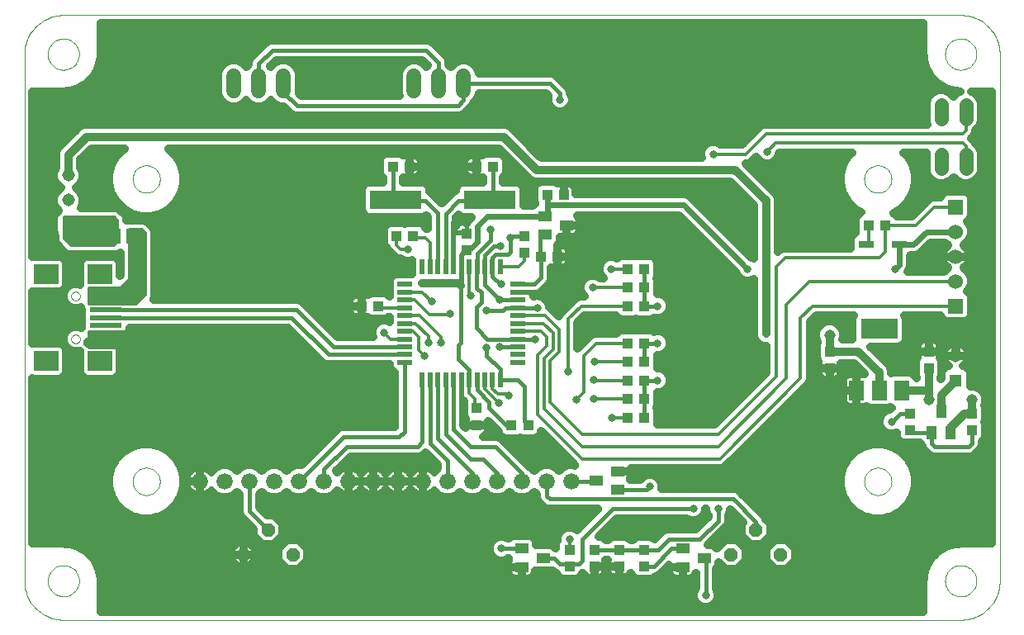
<source format=gtl>
G75*
G70*
%OFA0B0*%
%FSLAX24Y24*%
%IPPOS*%
%LPD*%
%AMOC8*
5,1,8,0,0,1.08239X$1,22.5*
%
%ADD10R,0.0197X0.0591*%
%ADD11R,0.0591X0.0197*%
%ADD12R,0.0394X0.0433*%
%ADD13R,0.0600X0.0600*%
%ADD14C,0.0600*%
%ADD15R,0.0984X0.0787*%
%ADD16R,0.1299X0.0197*%
%ADD17C,0.0000*%
%ADD18R,0.0512X0.0591*%
%ADD19R,0.0433X0.0394*%
%ADD20R,0.0515X0.0515*%
%ADD21C,0.0515*%
%ADD22R,0.0591X0.0787*%
%ADD23R,0.1496X0.0787*%
%ADD24R,0.0551X0.0394*%
%ADD25OC8,0.0520*%
%ADD26R,0.2100X0.0760*%
%ADD27C,0.0660*%
%ADD28R,0.0630X0.0315*%
%ADD29R,0.0394X0.0551*%
%ADD30C,0.0560*%
%ADD31C,0.0600*%
%ADD32C,0.0160*%
%ADD33C,0.0320*%
%ADD34C,0.0120*%
%ADD35C,0.0180*%
%ADD36C,0.0320*%
%ADD37C,0.0200*%
%ADD38C,0.0240*%
%ADD39C,0.0450*%
D10*
X022462Y013495D03*
X022777Y013495D03*
X023092Y013495D03*
X023407Y013495D03*
X023722Y013495D03*
X024037Y013495D03*
X024352Y013495D03*
X024667Y013495D03*
X024982Y013495D03*
X025297Y013495D03*
X025612Y013495D03*
X025612Y018062D03*
X025297Y018062D03*
X024982Y018062D03*
X024667Y018062D03*
X024352Y018062D03*
X024037Y018062D03*
X023722Y018062D03*
X023407Y018062D03*
X023092Y018062D03*
X022777Y018062D03*
X022462Y018062D03*
D11*
X021753Y017353D03*
X021753Y017038D03*
X021753Y016723D03*
X021753Y016408D03*
X021753Y016093D03*
X021753Y015778D03*
X021753Y015464D03*
X021753Y015149D03*
X021753Y014834D03*
X021753Y014519D03*
X021753Y014204D03*
X026320Y014204D03*
X026320Y014519D03*
X026320Y014834D03*
X026320Y015149D03*
X026320Y015464D03*
X026320Y015778D03*
X026320Y016093D03*
X026320Y016408D03*
X026320Y016723D03*
X026320Y017038D03*
X026320Y017353D03*
D12*
X024249Y018744D03*
X024249Y019413D03*
X022096Y019303D03*
X021427Y019303D03*
X030752Y017978D03*
X031422Y017978D03*
X031422Y017228D03*
X030752Y017228D03*
X030752Y016478D03*
X031422Y016478D03*
X031422Y014978D03*
X030752Y014978D03*
X030752Y014229D03*
X031422Y014229D03*
X031422Y013478D03*
X030752Y013478D03*
X030752Y012728D03*
X031422Y012728D03*
X031421Y011978D03*
X030752Y011978D03*
X026734Y011678D03*
X026065Y011678D03*
X024662Y011681D03*
X024662Y012351D03*
X029400Y006644D03*
X029400Y005975D03*
X038900Y013975D03*
X038900Y014644D03*
X042900Y014644D03*
X042900Y013975D03*
X041140Y019728D03*
X040471Y019728D03*
D13*
X043998Y020478D03*
X043998Y016478D03*
D14*
X043998Y017478D03*
X043998Y018478D03*
X043998Y019478D03*
D15*
X009451Y017766D03*
X007286Y017766D03*
X007286Y014263D03*
X009451Y014263D03*
D16*
X009687Y015385D03*
X009687Y015700D03*
X009687Y016014D03*
X009687Y016329D03*
X009687Y016644D03*
D17*
X007975Y003810D02*
X044195Y003810D01*
X044272Y003812D01*
X044349Y003818D01*
X044426Y003827D01*
X044502Y003840D01*
X044578Y003857D01*
X044652Y003878D01*
X044726Y003902D01*
X044798Y003930D01*
X044868Y003961D01*
X044937Y003996D01*
X045005Y004034D01*
X045070Y004075D01*
X045133Y004120D01*
X045194Y004168D01*
X045253Y004218D01*
X045309Y004271D01*
X045362Y004327D01*
X045412Y004386D01*
X045460Y004447D01*
X045505Y004510D01*
X045546Y004575D01*
X045584Y004643D01*
X045619Y004712D01*
X045650Y004782D01*
X045678Y004854D01*
X045702Y004928D01*
X045723Y005002D01*
X045740Y005078D01*
X045753Y005154D01*
X045762Y005231D01*
X045768Y005308D01*
X045770Y005385D01*
X045770Y026644D01*
X045768Y026721D01*
X045762Y026798D01*
X045753Y026875D01*
X045740Y026951D01*
X045723Y027027D01*
X045702Y027101D01*
X045678Y027175D01*
X045650Y027247D01*
X045619Y027317D01*
X045584Y027386D01*
X045546Y027454D01*
X045505Y027519D01*
X045460Y027582D01*
X045412Y027643D01*
X045362Y027702D01*
X045309Y027758D01*
X045253Y027811D01*
X045194Y027861D01*
X045133Y027909D01*
X045070Y027954D01*
X045005Y027995D01*
X044937Y028033D01*
X044868Y028068D01*
X044798Y028099D01*
X044726Y028127D01*
X044652Y028151D01*
X044578Y028172D01*
X044502Y028189D01*
X044426Y028202D01*
X044349Y028211D01*
X044272Y028217D01*
X044195Y028219D01*
X007975Y028219D01*
X007898Y028217D01*
X007821Y028211D01*
X007744Y028202D01*
X007668Y028189D01*
X007592Y028172D01*
X007518Y028151D01*
X007444Y028127D01*
X007372Y028099D01*
X007302Y028068D01*
X007233Y028033D01*
X007165Y027995D01*
X007100Y027954D01*
X007037Y027909D01*
X006976Y027861D01*
X006917Y027811D01*
X006861Y027758D01*
X006808Y027702D01*
X006758Y027643D01*
X006710Y027582D01*
X006665Y027519D01*
X006624Y027454D01*
X006586Y027386D01*
X006551Y027317D01*
X006520Y027247D01*
X006492Y027175D01*
X006468Y027101D01*
X006447Y027027D01*
X006430Y026951D01*
X006417Y026875D01*
X006408Y026798D01*
X006402Y026721D01*
X006400Y026644D01*
X006400Y005385D01*
X006402Y005308D01*
X006408Y005231D01*
X006417Y005154D01*
X006430Y005078D01*
X006447Y005002D01*
X006468Y004928D01*
X006492Y004854D01*
X006520Y004782D01*
X006551Y004712D01*
X006586Y004643D01*
X006624Y004575D01*
X006665Y004510D01*
X006710Y004447D01*
X006758Y004386D01*
X006808Y004327D01*
X006861Y004271D01*
X006917Y004218D01*
X006976Y004168D01*
X007037Y004120D01*
X007100Y004075D01*
X007165Y004034D01*
X007233Y003996D01*
X007302Y003961D01*
X007372Y003930D01*
X007444Y003902D01*
X007518Y003878D01*
X007592Y003857D01*
X007668Y003840D01*
X007744Y003827D01*
X007821Y003818D01*
X007898Y003812D01*
X007975Y003810D01*
X007898Y003812D01*
X007821Y003818D01*
X007744Y003827D01*
X007668Y003840D01*
X007592Y003857D01*
X007518Y003878D01*
X007444Y003902D01*
X007372Y003930D01*
X007302Y003961D01*
X007233Y003996D01*
X007165Y004034D01*
X007100Y004075D01*
X007037Y004120D01*
X006976Y004168D01*
X006917Y004218D01*
X006861Y004271D01*
X006808Y004327D01*
X006758Y004386D01*
X006710Y004447D01*
X006665Y004510D01*
X006624Y004575D01*
X006586Y004643D01*
X006551Y004712D01*
X006520Y004782D01*
X006492Y004854D01*
X006468Y004928D01*
X006447Y005002D01*
X006430Y005078D01*
X006417Y005154D01*
X006408Y005231D01*
X006402Y005308D01*
X006400Y005385D01*
X006402Y005308D01*
X006408Y005231D01*
X006417Y005154D01*
X006430Y005078D01*
X006447Y005002D01*
X006468Y004928D01*
X006492Y004854D01*
X006520Y004782D01*
X006551Y004712D01*
X006586Y004643D01*
X006624Y004575D01*
X006665Y004510D01*
X006710Y004447D01*
X006758Y004386D01*
X006808Y004327D01*
X006861Y004271D01*
X006917Y004218D01*
X006976Y004168D01*
X007037Y004120D01*
X007100Y004075D01*
X007165Y004034D01*
X007233Y003996D01*
X007302Y003961D01*
X007372Y003930D01*
X007444Y003902D01*
X007518Y003878D01*
X007592Y003857D01*
X007668Y003840D01*
X007744Y003827D01*
X007821Y003818D01*
X007898Y003812D01*
X007975Y003810D01*
X007345Y005385D02*
X007347Y005435D01*
X007353Y005485D01*
X007363Y005534D01*
X007377Y005582D01*
X007394Y005629D01*
X007415Y005674D01*
X007440Y005718D01*
X007468Y005759D01*
X007500Y005798D01*
X007534Y005835D01*
X007571Y005869D01*
X007611Y005899D01*
X007653Y005926D01*
X007697Y005950D01*
X007743Y005971D01*
X007790Y005987D01*
X007838Y006000D01*
X007888Y006009D01*
X007937Y006014D01*
X007988Y006015D01*
X008038Y006012D01*
X008087Y006005D01*
X008136Y005994D01*
X008184Y005979D01*
X008230Y005961D01*
X008275Y005939D01*
X008318Y005913D01*
X008359Y005884D01*
X008398Y005852D01*
X008434Y005817D01*
X008466Y005779D01*
X008496Y005739D01*
X008523Y005696D01*
X008546Y005652D01*
X008565Y005606D01*
X008581Y005558D01*
X008593Y005509D01*
X008601Y005460D01*
X008605Y005410D01*
X008605Y005360D01*
X008601Y005310D01*
X008593Y005261D01*
X008581Y005212D01*
X008565Y005164D01*
X008546Y005118D01*
X008523Y005074D01*
X008496Y005031D01*
X008466Y004991D01*
X008434Y004953D01*
X008398Y004918D01*
X008359Y004886D01*
X008318Y004857D01*
X008275Y004831D01*
X008230Y004809D01*
X008184Y004791D01*
X008136Y004776D01*
X008087Y004765D01*
X008038Y004758D01*
X007988Y004755D01*
X007937Y004756D01*
X007888Y004761D01*
X007838Y004770D01*
X007790Y004783D01*
X007743Y004799D01*
X007697Y004820D01*
X007653Y004844D01*
X007611Y004871D01*
X007571Y004901D01*
X007534Y004935D01*
X007500Y004972D01*
X007468Y005011D01*
X007440Y005052D01*
X007415Y005096D01*
X007394Y005141D01*
X007377Y005188D01*
X007363Y005236D01*
X007353Y005285D01*
X007347Y005335D01*
X007345Y005385D01*
X010770Y009400D02*
X010772Y009447D01*
X010778Y009493D01*
X010788Y009539D01*
X010801Y009584D01*
X010819Y009627D01*
X010840Y009669D01*
X010864Y009709D01*
X010892Y009746D01*
X010923Y009781D01*
X010957Y009814D01*
X010993Y009843D01*
X011032Y009869D01*
X011073Y009892D01*
X011116Y009911D01*
X011160Y009927D01*
X011205Y009939D01*
X011251Y009947D01*
X011298Y009951D01*
X011344Y009951D01*
X011391Y009947D01*
X011437Y009939D01*
X011482Y009927D01*
X011526Y009911D01*
X011569Y009892D01*
X011610Y009869D01*
X011649Y009843D01*
X011685Y009814D01*
X011719Y009781D01*
X011750Y009746D01*
X011778Y009709D01*
X011802Y009669D01*
X011823Y009627D01*
X011841Y009584D01*
X011854Y009539D01*
X011864Y009493D01*
X011870Y009447D01*
X011872Y009400D01*
X011870Y009353D01*
X011864Y009307D01*
X011854Y009261D01*
X011841Y009216D01*
X011823Y009173D01*
X011802Y009131D01*
X011778Y009091D01*
X011750Y009054D01*
X011719Y009019D01*
X011685Y008986D01*
X011649Y008957D01*
X011610Y008931D01*
X011569Y008908D01*
X011526Y008889D01*
X011482Y008873D01*
X011437Y008861D01*
X011391Y008853D01*
X011344Y008849D01*
X011298Y008849D01*
X011251Y008853D01*
X011205Y008861D01*
X011160Y008873D01*
X011116Y008889D01*
X011073Y008908D01*
X011032Y008931D01*
X010993Y008957D01*
X010957Y008986D01*
X010923Y009019D01*
X010892Y009054D01*
X010864Y009091D01*
X010840Y009131D01*
X010819Y009173D01*
X010801Y009216D01*
X010788Y009261D01*
X010778Y009307D01*
X010772Y009353D01*
X010770Y009400D01*
X008290Y015148D02*
X008292Y015174D01*
X008298Y015200D01*
X008308Y015225D01*
X008321Y015248D01*
X008337Y015268D01*
X008357Y015286D01*
X008379Y015301D01*
X008402Y015313D01*
X008428Y015321D01*
X008454Y015325D01*
X008480Y015325D01*
X008506Y015321D01*
X008532Y015313D01*
X008556Y015301D01*
X008577Y015286D01*
X008597Y015268D01*
X008613Y015248D01*
X008626Y015225D01*
X008636Y015200D01*
X008642Y015174D01*
X008644Y015148D01*
X008642Y015122D01*
X008636Y015096D01*
X008626Y015071D01*
X008613Y015048D01*
X008597Y015028D01*
X008577Y015010D01*
X008555Y014995D01*
X008532Y014983D01*
X008506Y014975D01*
X008480Y014971D01*
X008454Y014971D01*
X008428Y014975D01*
X008402Y014983D01*
X008378Y014995D01*
X008357Y015010D01*
X008337Y015028D01*
X008321Y015048D01*
X008308Y015071D01*
X008298Y015096D01*
X008292Y015122D01*
X008290Y015148D01*
X008290Y016881D02*
X008292Y016907D01*
X008298Y016933D01*
X008308Y016958D01*
X008321Y016981D01*
X008337Y017001D01*
X008357Y017019D01*
X008379Y017034D01*
X008402Y017046D01*
X008428Y017054D01*
X008454Y017058D01*
X008480Y017058D01*
X008506Y017054D01*
X008532Y017046D01*
X008556Y017034D01*
X008577Y017019D01*
X008597Y017001D01*
X008613Y016981D01*
X008626Y016958D01*
X008636Y016933D01*
X008642Y016907D01*
X008644Y016881D01*
X008642Y016855D01*
X008636Y016829D01*
X008626Y016804D01*
X008613Y016781D01*
X008597Y016761D01*
X008577Y016743D01*
X008555Y016728D01*
X008532Y016716D01*
X008506Y016708D01*
X008480Y016704D01*
X008454Y016704D01*
X008428Y016708D01*
X008402Y016716D01*
X008378Y016728D01*
X008357Y016743D01*
X008337Y016761D01*
X008321Y016781D01*
X008308Y016804D01*
X008298Y016829D01*
X008292Y016855D01*
X008290Y016881D01*
X010770Y021605D02*
X010772Y021652D01*
X010778Y021698D01*
X010788Y021744D01*
X010801Y021789D01*
X010819Y021832D01*
X010840Y021874D01*
X010864Y021914D01*
X010892Y021951D01*
X010923Y021986D01*
X010957Y022019D01*
X010993Y022048D01*
X011032Y022074D01*
X011073Y022097D01*
X011116Y022116D01*
X011160Y022132D01*
X011205Y022144D01*
X011251Y022152D01*
X011298Y022156D01*
X011344Y022156D01*
X011391Y022152D01*
X011437Y022144D01*
X011482Y022132D01*
X011526Y022116D01*
X011569Y022097D01*
X011610Y022074D01*
X011649Y022048D01*
X011685Y022019D01*
X011719Y021986D01*
X011750Y021951D01*
X011778Y021914D01*
X011802Y021874D01*
X011823Y021832D01*
X011841Y021789D01*
X011854Y021744D01*
X011864Y021698D01*
X011870Y021652D01*
X011872Y021605D01*
X011870Y021558D01*
X011864Y021512D01*
X011854Y021466D01*
X011841Y021421D01*
X011823Y021378D01*
X011802Y021336D01*
X011778Y021296D01*
X011750Y021259D01*
X011719Y021224D01*
X011685Y021191D01*
X011649Y021162D01*
X011610Y021136D01*
X011569Y021113D01*
X011526Y021094D01*
X011482Y021078D01*
X011437Y021066D01*
X011391Y021058D01*
X011344Y021054D01*
X011298Y021054D01*
X011251Y021058D01*
X011205Y021066D01*
X011160Y021078D01*
X011116Y021094D01*
X011073Y021113D01*
X011032Y021136D01*
X010993Y021162D01*
X010957Y021191D01*
X010923Y021224D01*
X010892Y021259D01*
X010864Y021296D01*
X010840Y021336D01*
X010819Y021378D01*
X010801Y021421D01*
X010788Y021466D01*
X010778Y021512D01*
X010772Y021558D01*
X010770Y021605D01*
X006400Y026644D02*
X006402Y026721D01*
X006408Y026798D01*
X006417Y026875D01*
X006430Y026951D01*
X006447Y027027D01*
X006468Y027101D01*
X006492Y027175D01*
X006520Y027247D01*
X006551Y027317D01*
X006586Y027386D01*
X006624Y027454D01*
X006665Y027519D01*
X006710Y027582D01*
X006758Y027643D01*
X006808Y027702D01*
X006861Y027758D01*
X006917Y027811D01*
X006976Y027861D01*
X007037Y027909D01*
X007100Y027954D01*
X007165Y027995D01*
X007233Y028033D01*
X007302Y028068D01*
X007372Y028099D01*
X007444Y028127D01*
X007518Y028151D01*
X007592Y028172D01*
X007668Y028189D01*
X007744Y028202D01*
X007821Y028211D01*
X007898Y028217D01*
X007975Y028219D01*
X007898Y028217D01*
X007821Y028211D01*
X007744Y028202D01*
X007668Y028189D01*
X007592Y028172D01*
X007518Y028151D01*
X007444Y028127D01*
X007372Y028099D01*
X007302Y028068D01*
X007233Y028033D01*
X007165Y027995D01*
X007100Y027954D01*
X007037Y027909D01*
X006976Y027861D01*
X006917Y027811D01*
X006861Y027758D01*
X006808Y027702D01*
X006758Y027643D01*
X006710Y027582D01*
X006665Y027519D01*
X006624Y027454D01*
X006586Y027386D01*
X006551Y027317D01*
X006520Y027247D01*
X006492Y027175D01*
X006468Y027101D01*
X006447Y027027D01*
X006430Y026951D01*
X006417Y026875D01*
X006408Y026798D01*
X006402Y026721D01*
X006400Y026644D01*
X007345Y026644D02*
X007347Y026694D01*
X007353Y026744D01*
X007363Y026793D01*
X007377Y026841D01*
X007394Y026888D01*
X007415Y026933D01*
X007440Y026977D01*
X007468Y027018D01*
X007500Y027057D01*
X007534Y027094D01*
X007571Y027128D01*
X007611Y027158D01*
X007653Y027185D01*
X007697Y027209D01*
X007743Y027230D01*
X007790Y027246D01*
X007838Y027259D01*
X007888Y027268D01*
X007937Y027273D01*
X007988Y027274D01*
X008038Y027271D01*
X008087Y027264D01*
X008136Y027253D01*
X008184Y027238D01*
X008230Y027220D01*
X008275Y027198D01*
X008318Y027172D01*
X008359Y027143D01*
X008398Y027111D01*
X008434Y027076D01*
X008466Y027038D01*
X008496Y026998D01*
X008523Y026955D01*
X008546Y026911D01*
X008565Y026865D01*
X008581Y026817D01*
X008593Y026768D01*
X008601Y026719D01*
X008605Y026669D01*
X008605Y026619D01*
X008601Y026569D01*
X008593Y026520D01*
X008581Y026471D01*
X008565Y026423D01*
X008546Y026377D01*
X008523Y026333D01*
X008496Y026290D01*
X008466Y026250D01*
X008434Y026212D01*
X008398Y026177D01*
X008359Y026145D01*
X008318Y026116D01*
X008275Y026090D01*
X008230Y026068D01*
X008184Y026050D01*
X008136Y026035D01*
X008087Y026024D01*
X008038Y026017D01*
X007988Y026014D01*
X007937Y026015D01*
X007888Y026020D01*
X007838Y026029D01*
X007790Y026042D01*
X007743Y026058D01*
X007697Y026079D01*
X007653Y026103D01*
X007611Y026130D01*
X007571Y026160D01*
X007534Y026194D01*
X007500Y026231D01*
X007468Y026270D01*
X007440Y026311D01*
X007415Y026355D01*
X007394Y026400D01*
X007377Y026447D01*
X007363Y026495D01*
X007353Y026544D01*
X007347Y026594D01*
X007345Y026644D01*
X040298Y021605D02*
X040300Y021652D01*
X040306Y021698D01*
X040316Y021744D01*
X040329Y021789D01*
X040347Y021832D01*
X040368Y021874D01*
X040392Y021914D01*
X040420Y021951D01*
X040451Y021986D01*
X040485Y022019D01*
X040521Y022048D01*
X040560Y022074D01*
X040601Y022097D01*
X040644Y022116D01*
X040688Y022132D01*
X040733Y022144D01*
X040779Y022152D01*
X040826Y022156D01*
X040872Y022156D01*
X040919Y022152D01*
X040965Y022144D01*
X041010Y022132D01*
X041054Y022116D01*
X041097Y022097D01*
X041138Y022074D01*
X041177Y022048D01*
X041213Y022019D01*
X041247Y021986D01*
X041278Y021951D01*
X041306Y021914D01*
X041330Y021874D01*
X041351Y021832D01*
X041369Y021789D01*
X041382Y021744D01*
X041392Y021698D01*
X041398Y021652D01*
X041400Y021605D01*
X041398Y021558D01*
X041392Y021512D01*
X041382Y021466D01*
X041369Y021421D01*
X041351Y021378D01*
X041330Y021336D01*
X041306Y021296D01*
X041278Y021259D01*
X041247Y021224D01*
X041213Y021191D01*
X041177Y021162D01*
X041138Y021136D01*
X041097Y021113D01*
X041054Y021094D01*
X041010Y021078D01*
X040965Y021066D01*
X040919Y021058D01*
X040872Y021054D01*
X040826Y021054D01*
X040779Y021058D01*
X040733Y021066D01*
X040688Y021078D01*
X040644Y021094D01*
X040601Y021113D01*
X040560Y021136D01*
X040521Y021162D01*
X040485Y021191D01*
X040451Y021224D01*
X040420Y021259D01*
X040392Y021296D01*
X040368Y021336D01*
X040347Y021378D01*
X040329Y021421D01*
X040316Y021466D01*
X040306Y021512D01*
X040300Y021558D01*
X040298Y021605D01*
X045770Y026644D02*
X045768Y026721D01*
X045762Y026798D01*
X045753Y026875D01*
X045740Y026951D01*
X045723Y027027D01*
X045702Y027101D01*
X045678Y027175D01*
X045650Y027247D01*
X045619Y027317D01*
X045584Y027386D01*
X045546Y027454D01*
X045505Y027519D01*
X045460Y027582D01*
X045412Y027643D01*
X045362Y027702D01*
X045309Y027758D01*
X045253Y027811D01*
X045194Y027861D01*
X045133Y027909D01*
X045070Y027954D01*
X045005Y027995D01*
X044937Y028033D01*
X044868Y028068D01*
X044798Y028099D01*
X044726Y028127D01*
X044652Y028151D01*
X044578Y028172D01*
X044502Y028189D01*
X044426Y028202D01*
X044349Y028211D01*
X044272Y028217D01*
X044195Y028219D01*
X044272Y028217D01*
X044349Y028211D01*
X044426Y028202D01*
X044502Y028189D01*
X044578Y028172D01*
X044652Y028151D01*
X044726Y028127D01*
X044798Y028099D01*
X044868Y028068D01*
X044937Y028033D01*
X045005Y027995D01*
X045070Y027954D01*
X045133Y027909D01*
X045194Y027861D01*
X045253Y027811D01*
X045309Y027758D01*
X045362Y027702D01*
X045412Y027643D01*
X045460Y027582D01*
X045505Y027519D01*
X045546Y027454D01*
X045584Y027386D01*
X045619Y027317D01*
X045650Y027247D01*
X045678Y027175D01*
X045702Y027101D01*
X045723Y027027D01*
X045740Y026951D01*
X045753Y026875D01*
X045762Y026798D01*
X045768Y026721D01*
X045770Y026644D01*
X043565Y026644D02*
X043567Y026694D01*
X043573Y026744D01*
X043583Y026793D01*
X043597Y026841D01*
X043614Y026888D01*
X043635Y026933D01*
X043660Y026977D01*
X043688Y027018D01*
X043720Y027057D01*
X043754Y027094D01*
X043791Y027128D01*
X043831Y027158D01*
X043873Y027185D01*
X043917Y027209D01*
X043963Y027230D01*
X044010Y027246D01*
X044058Y027259D01*
X044108Y027268D01*
X044157Y027273D01*
X044208Y027274D01*
X044258Y027271D01*
X044307Y027264D01*
X044356Y027253D01*
X044404Y027238D01*
X044450Y027220D01*
X044495Y027198D01*
X044538Y027172D01*
X044579Y027143D01*
X044618Y027111D01*
X044654Y027076D01*
X044686Y027038D01*
X044716Y026998D01*
X044743Y026955D01*
X044766Y026911D01*
X044785Y026865D01*
X044801Y026817D01*
X044813Y026768D01*
X044821Y026719D01*
X044825Y026669D01*
X044825Y026619D01*
X044821Y026569D01*
X044813Y026520D01*
X044801Y026471D01*
X044785Y026423D01*
X044766Y026377D01*
X044743Y026333D01*
X044716Y026290D01*
X044686Y026250D01*
X044654Y026212D01*
X044618Y026177D01*
X044579Y026145D01*
X044538Y026116D01*
X044495Y026090D01*
X044450Y026068D01*
X044404Y026050D01*
X044356Y026035D01*
X044307Y026024D01*
X044258Y026017D01*
X044208Y026014D01*
X044157Y026015D01*
X044108Y026020D01*
X044058Y026029D01*
X044010Y026042D01*
X043963Y026058D01*
X043917Y026079D01*
X043873Y026103D01*
X043831Y026130D01*
X043791Y026160D01*
X043754Y026194D01*
X043720Y026231D01*
X043688Y026270D01*
X043660Y026311D01*
X043635Y026355D01*
X043614Y026400D01*
X043597Y026447D01*
X043583Y026495D01*
X043573Y026544D01*
X043567Y026594D01*
X043565Y026644D01*
X040298Y009400D02*
X040300Y009447D01*
X040306Y009493D01*
X040316Y009539D01*
X040329Y009584D01*
X040347Y009627D01*
X040368Y009669D01*
X040392Y009709D01*
X040420Y009746D01*
X040451Y009781D01*
X040485Y009814D01*
X040521Y009843D01*
X040560Y009869D01*
X040601Y009892D01*
X040644Y009911D01*
X040688Y009927D01*
X040733Y009939D01*
X040779Y009947D01*
X040826Y009951D01*
X040872Y009951D01*
X040919Y009947D01*
X040965Y009939D01*
X041010Y009927D01*
X041054Y009911D01*
X041097Y009892D01*
X041138Y009869D01*
X041177Y009843D01*
X041213Y009814D01*
X041247Y009781D01*
X041278Y009746D01*
X041306Y009709D01*
X041330Y009669D01*
X041351Y009627D01*
X041369Y009584D01*
X041382Y009539D01*
X041392Y009493D01*
X041398Y009447D01*
X041400Y009400D01*
X041398Y009353D01*
X041392Y009307D01*
X041382Y009261D01*
X041369Y009216D01*
X041351Y009173D01*
X041330Y009131D01*
X041306Y009091D01*
X041278Y009054D01*
X041247Y009019D01*
X041213Y008986D01*
X041177Y008957D01*
X041138Y008931D01*
X041097Y008908D01*
X041054Y008889D01*
X041010Y008873D01*
X040965Y008861D01*
X040919Y008853D01*
X040872Y008849D01*
X040826Y008849D01*
X040779Y008853D01*
X040733Y008861D01*
X040688Y008873D01*
X040644Y008889D01*
X040601Y008908D01*
X040560Y008931D01*
X040521Y008957D01*
X040485Y008986D01*
X040451Y009019D01*
X040420Y009054D01*
X040392Y009091D01*
X040368Y009131D01*
X040347Y009173D01*
X040329Y009216D01*
X040316Y009261D01*
X040306Y009307D01*
X040300Y009353D01*
X040298Y009400D01*
X045770Y005385D02*
X045768Y005308D01*
X045762Y005231D01*
X045753Y005154D01*
X045740Y005078D01*
X045723Y005002D01*
X045702Y004928D01*
X045678Y004854D01*
X045650Y004782D01*
X045619Y004712D01*
X045584Y004643D01*
X045546Y004575D01*
X045505Y004510D01*
X045460Y004447D01*
X045412Y004386D01*
X045362Y004327D01*
X045309Y004271D01*
X045253Y004218D01*
X045194Y004168D01*
X045133Y004120D01*
X045070Y004075D01*
X045005Y004034D01*
X044937Y003996D01*
X044868Y003961D01*
X044798Y003930D01*
X044726Y003902D01*
X044652Y003878D01*
X044578Y003857D01*
X044502Y003840D01*
X044426Y003827D01*
X044349Y003818D01*
X044272Y003812D01*
X044195Y003810D01*
X044272Y003812D01*
X044349Y003818D01*
X044426Y003827D01*
X044502Y003840D01*
X044578Y003857D01*
X044652Y003878D01*
X044726Y003902D01*
X044798Y003930D01*
X044868Y003961D01*
X044937Y003996D01*
X045005Y004034D01*
X045070Y004075D01*
X045133Y004120D01*
X045194Y004168D01*
X045253Y004218D01*
X045309Y004271D01*
X045362Y004327D01*
X045412Y004386D01*
X045460Y004447D01*
X045505Y004510D01*
X045546Y004575D01*
X045584Y004643D01*
X045619Y004712D01*
X045650Y004782D01*
X045678Y004854D01*
X045702Y004928D01*
X045723Y005002D01*
X045740Y005078D01*
X045753Y005154D01*
X045762Y005231D01*
X045768Y005308D01*
X045770Y005385D01*
X043565Y005385D02*
X043567Y005435D01*
X043573Y005485D01*
X043583Y005534D01*
X043597Y005582D01*
X043614Y005629D01*
X043635Y005674D01*
X043660Y005718D01*
X043688Y005759D01*
X043720Y005798D01*
X043754Y005835D01*
X043791Y005869D01*
X043831Y005899D01*
X043873Y005926D01*
X043917Y005950D01*
X043963Y005971D01*
X044010Y005987D01*
X044058Y006000D01*
X044108Y006009D01*
X044157Y006014D01*
X044208Y006015D01*
X044258Y006012D01*
X044307Y006005D01*
X044356Y005994D01*
X044404Y005979D01*
X044450Y005961D01*
X044495Y005939D01*
X044538Y005913D01*
X044579Y005884D01*
X044618Y005852D01*
X044654Y005817D01*
X044686Y005779D01*
X044716Y005739D01*
X044743Y005696D01*
X044766Y005652D01*
X044785Y005606D01*
X044801Y005558D01*
X044813Y005509D01*
X044821Y005460D01*
X044825Y005410D01*
X044825Y005360D01*
X044821Y005310D01*
X044813Y005261D01*
X044801Y005212D01*
X044785Y005164D01*
X044766Y005118D01*
X044743Y005074D01*
X044716Y005031D01*
X044686Y004991D01*
X044654Y004953D01*
X044618Y004918D01*
X044579Y004886D01*
X044538Y004857D01*
X044495Y004831D01*
X044450Y004809D01*
X044404Y004791D01*
X044356Y004776D01*
X044307Y004765D01*
X044258Y004758D01*
X044208Y004755D01*
X044157Y004756D01*
X044108Y004761D01*
X044058Y004770D01*
X044010Y004783D01*
X043963Y004799D01*
X043917Y004820D01*
X043873Y004844D01*
X043831Y004871D01*
X043791Y004901D01*
X043754Y004935D01*
X043720Y004972D01*
X043688Y005011D01*
X043660Y005052D01*
X043635Y005096D01*
X043614Y005141D01*
X043597Y005188D01*
X043583Y005236D01*
X043573Y005285D01*
X043567Y005335D01*
X043565Y005385D01*
D18*
X010735Y019310D03*
X010065Y019310D03*
D19*
X020002Y016478D03*
X020672Y016478D03*
X026587Y018644D03*
X027252Y018478D03*
X027922Y018478D03*
X026587Y019313D03*
X027502Y020978D03*
X028172Y020978D03*
X025309Y022116D03*
X024640Y022116D03*
X021947Y022116D03*
X021277Y022116D03*
X042150Y012144D03*
X042150Y011475D03*
X044650Y011475D03*
X044650Y012144D03*
X031400Y006644D03*
X031400Y005975D03*
X030400Y005975D03*
X030400Y006644D03*
X028400Y006644D03*
X028400Y005975D03*
D20*
X043998Y013478D03*
X008172Y019755D03*
D21*
X008172Y020755D03*
X008172Y021755D03*
X043998Y014478D03*
D22*
X041806Y013070D03*
X040900Y013070D03*
X039994Y013070D03*
D23*
X040900Y015550D03*
D24*
X030333Y009809D03*
X029467Y009435D03*
X030333Y009061D03*
X032967Y006684D03*
X033833Y006310D03*
X032967Y005936D03*
X027333Y006310D03*
X026467Y006684D03*
X026467Y005936D03*
X027404Y019354D03*
X028270Y019728D03*
X027404Y020102D03*
D25*
X035928Y007448D03*
X036928Y006448D03*
X034928Y006448D03*
X017243Y006448D03*
X016243Y007448D03*
X015243Y006448D03*
D26*
X021387Y020778D03*
X025187Y020778D03*
D27*
X025487Y009400D03*
X024487Y009400D03*
X023487Y009400D03*
X022487Y009400D03*
X021487Y009400D03*
X020487Y009400D03*
X019487Y009400D03*
X018487Y009400D03*
X017487Y009400D03*
X016487Y009400D03*
X015487Y009400D03*
X014487Y009400D03*
X013487Y009400D03*
X026487Y009400D03*
X027487Y009400D03*
X028487Y009400D03*
D28*
X040374Y018966D03*
X041712Y018966D03*
D29*
X043400Y012243D03*
X043026Y011377D03*
X043774Y011377D03*
D30*
X043400Y022030D02*
X043400Y022590D01*
X044400Y022590D02*
X044400Y022030D01*
X044400Y024030D02*
X044400Y024590D01*
X043400Y024590D02*
X043400Y024030D01*
D31*
X024132Y025163D02*
X024132Y025763D01*
X023132Y025763D02*
X023132Y025163D01*
X022132Y025163D02*
X022132Y025763D01*
X016849Y025763D02*
X016849Y025163D01*
X015849Y025163D02*
X015849Y025763D01*
X014849Y025763D02*
X014849Y025163D01*
D32*
X015849Y025463D02*
X015849Y026259D01*
X016400Y026810D01*
X022620Y026810D01*
X023132Y026298D01*
X023132Y025463D01*
X024132Y025463D02*
X024132Y024792D01*
X023900Y024560D01*
X017400Y024560D01*
X016849Y025111D01*
X016849Y025463D01*
X024132Y025463D02*
X027621Y025463D01*
X028025Y025060D01*
X028025Y024810D01*
X025187Y020778D02*
X025137Y020728D01*
X023924Y020728D01*
X023407Y020211D01*
X023407Y018062D01*
X023092Y018062D02*
X023092Y020223D01*
X022587Y020728D01*
X021437Y020728D01*
X021387Y020778D01*
X024249Y020041D02*
X024249Y019791D01*
X024249Y019441D01*
X024249Y019413D01*
X024667Y018596D02*
X025212Y019141D01*
X025212Y019553D01*
X025212Y019553D01*
X025349Y018903D02*
X025624Y018903D01*
X025349Y018903D02*
X024982Y018536D01*
X024982Y018062D01*
X024982Y017334D01*
X025587Y016728D01*
X026315Y016728D01*
X026320Y016723D01*
X026313Y016416D02*
X025799Y016416D01*
X025699Y016316D01*
X025062Y016316D01*
X024849Y016628D02*
X024649Y016428D01*
X024649Y015586D01*
X025087Y015149D01*
X026320Y015149D01*
X026328Y015141D01*
X027024Y015141D01*
X026320Y014834D02*
X025592Y014834D01*
X025587Y014828D01*
X025062Y014803D02*
X025062Y014478D01*
X025612Y013929D01*
X025612Y013495D01*
X026320Y013495D01*
X026587Y013228D01*
X026587Y011826D01*
X026065Y011678D02*
X025837Y011678D01*
X025137Y012379D01*
X025137Y012616D01*
X024667Y013086D01*
X024667Y013495D01*
X024352Y013495D02*
X024352Y013901D01*
X023924Y014328D01*
X023924Y014891D01*
X024024Y014991D01*
X024024Y017316D01*
X024662Y017216D02*
X024849Y017028D01*
X024849Y016628D01*
X024662Y017216D02*
X024662Y018057D01*
X024667Y018062D01*
X024667Y018596D01*
X025297Y018438D02*
X025424Y018566D01*
X025912Y018566D01*
X026012Y018666D01*
X026012Y019241D01*
X026062Y019291D02*
X026315Y019291D01*
X026587Y019313D01*
X027224Y019253D02*
X027224Y018531D01*
X027252Y018478D01*
X027252Y017619D01*
X026987Y017353D01*
X026321Y017353D01*
X026320Y017353D01*
X025662Y017353D02*
X025624Y017353D01*
X025297Y017681D01*
X025297Y018062D01*
X025297Y018438D01*
X024674Y018054D02*
X024667Y018062D01*
X026313Y016416D02*
X026320Y016408D01*
X026325Y016403D01*
X027087Y016403D01*
X027099Y016403D01*
X030752Y014229D02*
X030752Y014228D01*
X031422Y014229D02*
X031422Y014978D01*
X031962Y014978D01*
X031962Y013478D02*
X031422Y013478D01*
X031422Y012728D01*
X031421Y012728D01*
X031421Y011978D01*
X029467Y009435D02*
X029376Y009400D01*
X028487Y009400D01*
X027487Y009400D02*
X027487Y008810D01*
X027612Y008685D01*
X035025Y008685D01*
X035928Y007782D01*
X035928Y007448D01*
X034400Y007810D02*
X034400Y008310D01*
X034400Y007810D02*
X033650Y007060D01*
X032400Y007060D01*
X031985Y006644D01*
X031400Y006644D01*
X030400Y006644D01*
X029400Y006644D01*
X028900Y007060D02*
X030150Y008310D01*
X033400Y008310D01*
X031650Y009185D02*
X031526Y009061D01*
X030333Y009061D01*
X028900Y007060D02*
X028900Y006185D01*
X028775Y006060D01*
X028400Y006060D01*
X028400Y005975D01*
X028315Y006060D01*
X028025Y006060D01*
X027775Y006310D01*
X027333Y006310D01*
X026467Y006684D02*
X026276Y006684D01*
X026275Y006685D01*
X025650Y006685D01*
X025487Y009400D02*
X025487Y009723D01*
X024900Y010310D01*
X024400Y010310D01*
X023407Y011303D01*
X023407Y013495D01*
X023722Y013495D02*
X023722Y011488D01*
X024400Y010810D01*
X025400Y010810D01*
X026487Y009723D01*
X026487Y009400D01*
X024487Y009400D02*
X024487Y009723D01*
X023092Y011118D01*
X023092Y013495D01*
X022777Y013495D02*
X022777Y010933D01*
X023487Y010223D01*
X023487Y009400D01*
X022275Y010810D02*
X019400Y010810D01*
X018487Y009896D01*
X018487Y009400D01*
X017491Y009400D02*
X019275Y011185D01*
X021525Y011185D01*
X021753Y011413D01*
X021753Y014204D01*
X021753Y014519D02*
X018691Y014519D01*
X017195Y016014D01*
X009687Y016014D01*
X009687Y016329D02*
X017380Y016329D01*
X018876Y014834D01*
X021753Y014834D01*
X021753Y015464D02*
X021756Y015466D01*
X020742Y016408D02*
X020672Y016478D01*
X021753Y016723D02*
X021771Y016741D01*
X021753Y017038D02*
X021756Y017041D01*
X022462Y013495D02*
X022462Y010997D01*
X022275Y010810D01*
X017491Y009400D02*
X017487Y009400D01*
X015487Y009400D02*
X015487Y008203D01*
X016243Y007448D01*
X031400Y005975D02*
X031815Y005975D01*
X032524Y006684D01*
X032967Y006684D01*
X033833Y006310D02*
X033900Y006310D01*
X033900Y004810D01*
X043026Y010934D02*
X043150Y010810D01*
X044525Y010810D01*
X044650Y010935D01*
X044650Y011475D01*
X043026Y011377D02*
X043026Y010934D01*
X043026Y011377D02*
X042248Y011377D01*
X042150Y011475D01*
X041735Y012144D02*
X041400Y011810D01*
X041735Y012144D02*
X042150Y012144D01*
X031962Y016478D02*
X031337Y016478D01*
X031422Y016563D01*
X031422Y016478D01*
X031422Y016563D02*
X031422Y017228D01*
X031422Y017978D01*
X027404Y019354D02*
X027325Y019354D01*
X027224Y019253D01*
D33*
X026012Y019241D03*
X025624Y018903D03*
X025212Y019553D03*
X024249Y020041D03*
X023887Y020041D03*
X023275Y020935D03*
X022650Y022060D03*
X023900Y022060D03*
X025999Y021579D03*
X028624Y021454D03*
X029624Y021079D03*
X030625Y021078D03*
X029400Y023310D03*
X028025Y024810D03*
X028400Y026310D03*
X025400Y026310D03*
X018400Y025310D03*
X012900Y022560D03*
X012900Y018810D03*
X010775Y015435D03*
X010525Y014935D03*
X018449Y013029D03*
X018437Y011941D03*
X022537Y014466D03*
X022699Y014991D03*
X023224Y015003D03*
X023587Y016166D03*
X022837Y016654D03*
X022462Y017391D03*
X024024Y017316D03*
X024412Y016891D03*
X025062Y016316D03*
X025587Y016728D03*
X025662Y017353D03*
X027099Y016403D03*
X027712Y017003D03*
X029337Y017228D03*
X030087Y017978D03*
X028999Y019041D03*
X031962Y016478D03*
X029687Y015953D03*
X031962Y014978D03*
X031962Y013478D03*
X033124Y013191D03*
X033124Y012466D03*
X030112Y011953D03*
X029387Y012729D03*
X028674Y012691D03*
X029387Y013491D03*
X029399Y014228D03*
X028349Y013841D03*
X027024Y015141D03*
X025587Y014828D03*
X025062Y014803D03*
X025962Y012853D03*
X025537Y012566D03*
X025199Y011703D03*
X024149Y011703D03*
X024124Y012603D03*
X020924Y015416D03*
X019887Y015541D03*
X019387Y016541D03*
X019887Y017291D03*
X020775Y018560D03*
X021874Y018766D03*
X032400Y026310D03*
X036650Y026310D03*
X036374Y022703D03*
X036374Y021704D03*
X036874Y021191D03*
X035624Y019704D03*
X035624Y018954D03*
X035587Y017978D03*
X036900Y018810D03*
X038400Y018810D03*
X039400Y019810D03*
X039400Y020810D03*
X039400Y022310D03*
X034199Y022616D03*
X041555Y017978D03*
X042650Y015310D03*
X043150Y015310D03*
X039150Y013310D03*
X038525Y013310D03*
X039775Y012185D03*
X040275Y012185D03*
X041400Y011810D03*
X036374Y008716D03*
X036874Y008203D03*
X037400Y007810D03*
X034400Y008310D03*
X033400Y008310D03*
X031650Y009185D03*
X031025Y009810D03*
X030400Y007185D03*
X028400Y007060D03*
X025650Y006685D03*
X025650Y006185D03*
X025400Y005060D03*
X026150Y005060D03*
X026900Y005060D03*
X029400Y005310D03*
X030400Y005310D03*
X032900Y005310D03*
X033900Y004810D03*
X036337Y015353D03*
D34*
X037724Y015991D02*
X038212Y016478D01*
X043998Y016478D01*
X043998Y017478D02*
X038087Y017478D01*
X037150Y016542D01*
X037150Y013560D01*
X034400Y010810D01*
X028900Y010810D01*
X027387Y012323D01*
X027387Y014378D01*
X027749Y014741D01*
X027749Y015391D01*
X027362Y015778D01*
X026320Y015778D01*
X026320Y015464D02*
X027252Y015464D01*
X027474Y015241D01*
X027474Y014866D01*
X027112Y014503D01*
X027112Y012098D01*
X028900Y010310D01*
X034474Y010310D01*
X037724Y013560D01*
X037724Y015991D01*
X036737Y018060D02*
X037112Y018435D01*
X040900Y018435D01*
X041140Y018675D01*
X041140Y019728D01*
X042368Y019728D01*
X043118Y020478D01*
X043998Y020478D01*
X044400Y022310D02*
X044400Y022935D01*
X044275Y023060D01*
X036731Y023060D01*
X036374Y022703D01*
X036343Y023435D02*
X035524Y022616D01*
X034199Y022616D01*
X036343Y023435D02*
X044275Y023435D01*
X044400Y023560D01*
X044400Y024310D01*
X040471Y019728D02*
X040471Y019063D01*
X040374Y018966D01*
X036737Y018060D02*
X036737Y013647D01*
X034400Y011310D01*
X028900Y011310D01*
X027624Y012585D01*
X027624Y014266D01*
X027987Y014628D01*
X027987Y015528D01*
X027422Y016093D01*
X026320Y016093D01*
X027087Y016403D02*
X027087Y016416D01*
X028349Y015953D02*
X028874Y016478D01*
X030752Y016478D01*
X030752Y017228D02*
X029337Y017228D01*
X030087Y017978D02*
X030752Y017978D01*
X028349Y015953D02*
X028349Y013841D01*
X028987Y014478D02*
X029487Y014978D01*
X030752Y014978D01*
X030752Y014228D02*
X029399Y014228D01*
X028987Y014478D02*
X028987Y013003D01*
X028674Y012691D01*
X029387Y012728D02*
X029387Y012729D01*
X029387Y012728D02*
X030752Y012728D01*
X030752Y011978D02*
X030727Y011953D01*
X030112Y011953D01*
X030752Y013478D02*
X029399Y013478D01*
X029387Y013491D01*
X026734Y011678D02*
X026587Y011826D01*
X025537Y012566D02*
X024982Y013121D01*
X024982Y013495D01*
X025297Y013495D02*
X025297Y013131D01*
X025499Y012928D01*
X025887Y012928D01*
X025962Y012853D01*
X024587Y012728D02*
X024587Y012426D01*
X024662Y012351D01*
X024587Y012728D02*
X024352Y012964D01*
X024352Y013495D01*
X022537Y014466D02*
X022312Y014691D01*
X022312Y015241D01*
X022087Y015466D01*
X021756Y015466D01*
X021753Y015778D02*
X022187Y015778D01*
X022699Y015266D01*
X022699Y014991D01*
X023212Y015016D02*
X023224Y015003D01*
X023212Y015016D02*
X023212Y015241D01*
X022359Y016093D01*
X021753Y016093D01*
X021753Y016408D02*
X020742Y016408D01*
X021771Y016741D02*
X022137Y016741D01*
X022749Y016128D01*
X023574Y016128D01*
X023587Y016166D01*
X022837Y016654D02*
X022449Y017041D01*
X021756Y017041D01*
X022777Y018062D02*
X022777Y019038D01*
X022587Y019228D01*
X022171Y019228D01*
X022096Y019303D01*
X021874Y018766D02*
X021587Y018766D01*
X021427Y018926D01*
X021427Y019303D01*
X024352Y018062D02*
X024352Y016881D01*
X024412Y016891D01*
X025612Y018062D02*
X026358Y018062D01*
X026587Y018291D01*
X026587Y018644D01*
X026012Y019241D02*
X026062Y019291D01*
X021192Y015149D02*
X020924Y015416D01*
X021192Y015149D02*
X021753Y015149D01*
X011275Y016935D02*
X010900Y016560D01*
X009025Y016560D01*
X009025Y017185D01*
X010275Y017185D01*
X010650Y017560D01*
X010650Y019560D01*
X011150Y019560D01*
X011275Y019435D01*
X011275Y016935D01*
X011275Y016968D02*
X009025Y016968D01*
X009025Y016850D02*
X011190Y016850D01*
X011071Y016731D02*
X009025Y016731D01*
X009025Y016612D02*
X010953Y016612D01*
X011275Y017087D02*
X009025Y017087D01*
X010295Y017205D02*
X011275Y017205D01*
X011275Y017324D02*
X010414Y017324D01*
X010532Y017442D02*
X011275Y017442D01*
X011275Y017561D02*
X010650Y017561D01*
X010650Y017679D02*
X011275Y017679D01*
X011275Y017798D02*
X010650Y017798D01*
X010650Y017916D02*
X011275Y017916D01*
X011275Y018035D02*
X010650Y018035D01*
X010650Y018154D02*
X011275Y018154D01*
X011275Y018272D02*
X010650Y018272D01*
X010650Y018391D02*
X011275Y018391D01*
X011275Y018509D02*
X010650Y018509D01*
X010650Y018628D02*
X011275Y018628D01*
X011275Y018746D02*
X010650Y018746D01*
X010650Y018865D02*
X011275Y018865D01*
X011275Y018983D02*
X010650Y018983D01*
X010650Y019102D02*
X011275Y019102D01*
X011275Y019220D02*
X010650Y019220D01*
X010650Y019339D02*
X011275Y019339D01*
X011252Y019457D02*
X010650Y019457D01*
X010150Y019457D02*
X008025Y019457D01*
X008025Y019339D02*
X010150Y019339D01*
X010150Y019220D02*
X008025Y019220D01*
X008025Y019185D02*
X008025Y020060D01*
X010025Y020060D01*
X010150Y019935D01*
X010150Y019060D01*
X010025Y018935D01*
X008275Y018935D01*
X008025Y019185D01*
X008108Y019102D02*
X010150Y019102D01*
X010074Y018983D02*
X008226Y018983D01*
X008025Y019576D02*
X010150Y019576D01*
X010150Y019695D02*
X008025Y019695D01*
X008025Y019813D02*
X010150Y019813D01*
X010150Y019932D02*
X008025Y019932D01*
X008025Y020050D02*
X010035Y020050D01*
X010650Y015435D02*
X009025Y015435D01*
X009025Y014810D01*
X010525Y014810D01*
X010775Y015060D01*
X010775Y015310D01*
X010650Y015435D01*
X010658Y015427D02*
X009025Y015427D01*
X009025Y015308D02*
X010775Y015308D01*
X010775Y015190D02*
X009025Y015190D01*
X009025Y015071D02*
X010775Y015071D01*
X010668Y014953D02*
X009025Y014953D01*
X009025Y014834D02*
X010550Y014834D01*
X028400Y007060D02*
X028400Y006644D01*
D35*
X015099Y011866D02*
X015099Y011878D01*
X015099Y011866D02*
X015074Y011866D01*
X015067Y011874D01*
X021387Y020778D02*
X021277Y020888D01*
X021277Y022116D01*
X025309Y022116D02*
X025309Y020901D01*
X025187Y020778D01*
D36*
X024899Y021478D02*
X024073Y021478D01*
X023956Y021430D01*
X023866Y021340D01*
X023817Y021222D01*
X023817Y021117D01*
X023698Y021068D01*
X023585Y020955D01*
X023256Y020625D01*
X022926Y020955D01*
X022813Y021068D01*
X022757Y021091D01*
X022757Y021222D01*
X022708Y021340D01*
X022618Y021430D01*
X022501Y021478D01*
X021687Y021478D01*
X021687Y021660D01*
X021689Y021662D01*
X021704Y021659D01*
X021946Y021659D01*
X021946Y022116D01*
X021946Y022573D01*
X021704Y022573D01*
X021689Y022570D01*
X021675Y022584D01*
X021557Y022633D01*
X020997Y022633D01*
X020879Y022584D01*
X020789Y022494D01*
X020741Y022376D01*
X020741Y021855D01*
X020789Y021738D01*
X020867Y021660D01*
X020867Y021478D01*
X020273Y021478D01*
X020156Y021430D01*
X020066Y021340D01*
X020017Y021222D01*
X020017Y020335D01*
X020066Y020217D01*
X020156Y020127D01*
X020273Y020078D01*
X022501Y020078D01*
X022618Y020127D01*
X022620Y020129D01*
X022692Y020058D01*
X022692Y019596D01*
X022662Y019608D01*
X022603Y019608D01*
X022565Y019701D01*
X022475Y019791D01*
X022357Y019840D01*
X021836Y019840D01*
X021762Y019809D01*
X021688Y019840D01*
X021167Y019840D01*
X021049Y019791D01*
X020959Y019701D01*
X020910Y019584D01*
X020910Y019023D01*
X020959Y018906D01*
X021049Y018816D01*
X021064Y018809D01*
X021105Y018710D01*
X021265Y018551D01*
X021372Y018444D01*
X021511Y018386D01*
X021576Y018386D01*
X021602Y018359D01*
X021779Y018286D01*
X021970Y018286D01*
X022044Y018317D01*
X022044Y017772D01*
X021394Y017772D01*
X021277Y017723D01*
X021187Y017633D01*
X021138Y017515D01*
X021138Y017200D01*
X021138Y016885D01*
X021138Y016878D01*
X021069Y016947D01*
X020952Y016995D01*
X020391Y016995D01*
X020274Y016947D01*
X020259Y016932D01*
X020244Y016935D01*
X020002Y016935D01*
X019760Y016935D01*
X019710Y016925D01*
X019663Y016906D01*
X019620Y016877D01*
X019584Y016841D01*
X019555Y016798D01*
X019536Y016751D01*
X019526Y016701D01*
X019526Y016479D01*
X020002Y016479D01*
X020002Y016935D01*
X020002Y016479D01*
X020002Y016479D01*
X020002Y016478D01*
X020002Y016478D01*
X020002Y016022D01*
X019760Y016022D01*
X019710Y016032D01*
X019663Y016051D01*
X019620Y016080D01*
X019584Y016116D01*
X019555Y016158D01*
X019536Y016206D01*
X019526Y016256D01*
X019526Y016478D01*
X020002Y016478D01*
X020002Y016022D01*
X020244Y016022D01*
X020259Y016025D01*
X020274Y016010D01*
X020391Y015962D01*
X020952Y015962D01*
X021069Y016010D01*
X021087Y016028D01*
X021138Y016028D01*
X021138Y015941D01*
X021138Y015847D01*
X021020Y015896D01*
X020829Y015896D01*
X020652Y015823D01*
X020517Y015688D01*
X020444Y015511D01*
X020444Y015320D01*
X020480Y015234D01*
X019042Y015234D01*
X017607Y016669D01*
X017460Y016729D01*
X017301Y016729D01*
X011601Y016729D01*
X011655Y016859D01*
X011655Y019510D01*
X011597Y019650D01*
X011490Y019757D01*
X011365Y019882D01*
X011226Y019940D01*
X011074Y019940D01*
X010574Y019940D01*
X010539Y019925D01*
X010530Y019925D01*
X010530Y020010D01*
X010472Y020150D01*
X010365Y020257D01*
X010240Y020382D01*
X010101Y020440D01*
X009949Y020440D01*
X008666Y020440D01*
X008749Y020640D01*
X008749Y020869D01*
X008661Y021082D01*
X008499Y021244D01*
X008473Y021255D01*
X008499Y021265D01*
X008661Y021428D01*
X008749Y021640D01*
X008749Y021869D01*
X008661Y022082D01*
X008652Y022091D01*
X008652Y022383D01*
X009099Y022830D01*
X010440Y022830D01*
X010400Y022806D01*
X010120Y022527D01*
X009922Y022184D01*
X009820Y021803D01*
X009820Y021407D01*
X009922Y021026D01*
X010120Y020683D01*
X010400Y020404D01*
X010742Y020206D01*
X011124Y020104D01*
X011519Y020104D01*
X011901Y020206D01*
X012243Y020404D01*
X012522Y020683D01*
X012720Y021026D01*
X012822Y021407D01*
X012822Y021803D01*
X012720Y022184D01*
X012522Y022527D01*
X012243Y022806D01*
X012202Y022830D01*
X025544Y022830D01*
X026177Y022197D01*
X026178Y022197D01*
X026550Y021824D01*
X026802Y021572D01*
X026979Y021498D01*
X027170Y021498D01*
X034888Y021498D01*
X035857Y020530D01*
X035857Y018386D01*
X035762Y018425D01*
X033255Y020933D01*
X033093Y021000D01*
X032918Y021000D01*
X028648Y021000D01*
X028648Y021201D01*
X028638Y021251D01*
X028618Y021298D01*
X028590Y021341D01*
X028554Y021377D01*
X028511Y021406D01*
X028464Y021425D01*
X028414Y021435D01*
X028172Y021435D01*
X028172Y021000D01*
X028171Y021000D01*
X028171Y021435D01*
X027929Y021435D01*
X027914Y021432D01*
X027900Y021447D01*
X027782Y021495D01*
X027222Y021495D01*
X027104Y021447D01*
X027014Y021357D01*
X026966Y021239D01*
X026966Y020718D01*
X027014Y020600D01*
X027016Y020599D01*
X026947Y020571D01*
X026919Y020542D01*
X026557Y020542D01*
X026557Y021222D01*
X026508Y021340D01*
X026418Y021430D01*
X026301Y021478D01*
X025719Y021478D01*
X025719Y021660D01*
X025797Y021738D01*
X025846Y021855D01*
X025846Y022376D01*
X025797Y022494D01*
X025707Y022584D01*
X025589Y022633D01*
X025029Y022633D01*
X024911Y022584D01*
X024897Y022570D01*
X024882Y022573D01*
X024640Y022573D01*
X024640Y022116D01*
X024640Y022116D01*
X024640Y021659D01*
X024882Y021659D01*
X024897Y021662D01*
X024899Y021660D01*
X024899Y021478D01*
X024899Y021648D02*
X021687Y021648D01*
X021947Y021659D02*
X021947Y022116D01*
X022423Y022116D01*
X022423Y022338D01*
X022413Y022389D01*
X022394Y022436D01*
X022365Y022479D01*
X022329Y022515D01*
X022286Y022543D01*
X022239Y022563D01*
X022189Y022573D01*
X021947Y022573D01*
X021947Y022116D01*
X021947Y022116D01*
X022423Y022116D01*
X022423Y021894D01*
X022413Y021843D01*
X022394Y021796D01*
X022365Y021753D01*
X022329Y021717D01*
X022286Y021689D01*
X022239Y021669D01*
X022189Y021659D01*
X021947Y021659D01*
X021946Y021967D02*
X021947Y021967D01*
X021946Y022116D02*
X021947Y022116D01*
X021946Y022116D01*
X021946Y022285D02*
X021947Y022285D01*
X021627Y022604D02*
X024959Y022604D01*
X024640Y022573D02*
X024398Y022573D01*
X024347Y022563D01*
X024300Y022543D01*
X024257Y022515D01*
X024221Y022479D01*
X024193Y022436D01*
X024173Y022389D01*
X024163Y022338D01*
X024163Y022116D01*
X024639Y022116D01*
X024639Y022116D01*
X024163Y022116D01*
X024163Y021894D01*
X024173Y021843D01*
X024193Y021796D01*
X024221Y021753D01*
X024257Y021717D01*
X024300Y021689D01*
X024347Y021669D01*
X024398Y021659D01*
X024640Y021659D01*
X024640Y022116D01*
X024640Y022116D01*
X024640Y022573D01*
X024640Y022285D02*
X024640Y022285D01*
X024640Y021967D02*
X024640Y021967D01*
X024163Y021967D02*
X022423Y021967D01*
X022423Y022285D02*
X024163Y022285D01*
X023861Y021330D02*
X022712Y021330D01*
X022870Y021011D02*
X023641Y021011D01*
X023323Y020693D02*
X023188Y020693D01*
X022692Y020055D02*
X010511Y020055D01*
X010451Y020374D02*
X010248Y020374D01*
X010115Y020693D02*
X008749Y020693D01*
X008690Y021011D02*
X009931Y021011D01*
X009841Y021330D02*
X008563Y021330D01*
X008749Y021648D02*
X009820Y021648D01*
X009864Y021967D02*
X008709Y021967D01*
X008652Y022285D02*
X009981Y022285D01*
X010197Y022604D02*
X008873Y022604D01*
X008172Y022581D02*
X008900Y023310D01*
X025743Y023310D01*
X026449Y022603D01*
X026822Y022231D01*
X027074Y021978D01*
X035087Y021978D01*
X036337Y020728D01*
X036337Y015353D01*
X035857Y015277D02*
X032342Y015277D01*
X032369Y015250D02*
X032234Y015385D01*
X032057Y015458D01*
X031866Y015458D01*
X031825Y015441D01*
X031800Y015466D01*
X031682Y015515D01*
X031161Y015515D01*
X031087Y015484D01*
X031013Y015515D01*
X030492Y015515D01*
X030374Y015466D01*
X030284Y015376D01*
X030277Y015358D01*
X029411Y015358D01*
X029272Y015301D01*
X029165Y015194D01*
X028729Y014758D01*
X028729Y015796D01*
X029032Y016098D01*
X030277Y016098D01*
X030284Y016081D01*
X030374Y015991D01*
X030492Y015942D01*
X031013Y015942D01*
X031087Y015973D01*
X031161Y015942D01*
X031682Y015942D01*
X031800Y015991D01*
X031825Y016016D01*
X031866Y015998D01*
X032057Y015998D01*
X032234Y016072D01*
X032369Y016207D01*
X032442Y016383D01*
X032442Y016574D01*
X032369Y016750D01*
X032234Y016885D01*
X032057Y016958D01*
X031938Y016958D01*
X031938Y017509D01*
X031899Y017603D01*
X031938Y017698D01*
X031938Y018259D01*
X031890Y018376D01*
X031800Y018466D01*
X031682Y018515D01*
X031161Y018515D01*
X031087Y018484D01*
X031013Y018515D01*
X030492Y018515D01*
X030374Y018466D01*
X030312Y018405D01*
X030182Y018458D01*
X029991Y018458D01*
X029815Y018385D01*
X029680Y018250D01*
X029607Y018074D01*
X029607Y017883D01*
X029680Y017707D01*
X029778Y017608D01*
X029636Y017608D01*
X029609Y017635D01*
X029432Y017708D01*
X029241Y017708D01*
X029065Y017635D01*
X028930Y017500D01*
X028857Y017324D01*
X028857Y017133D01*
X028930Y016957D01*
X029028Y016858D01*
X028799Y016858D01*
X028659Y016801D01*
X028552Y016694D01*
X028027Y016169D01*
X027985Y016067D01*
X027637Y016416D01*
X027579Y016439D01*
X027579Y016499D01*
X027506Y016675D01*
X027371Y016810D01*
X027195Y016883D01*
X027004Y016883D01*
X026936Y016855D01*
X026936Y016885D01*
X026907Y016953D01*
X027066Y016953D01*
X027213Y017014D01*
X027479Y017280D01*
X027591Y017392D01*
X027652Y017539D01*
X027652Y018013D01*
X027664Y018025D01*
X027679Y018022D01*
X027921Y018022D01*
X027921Y018478D01*
X027922Y018478D01*
X027922Y018479D01*
X027921Y018479D01*
X027921Y018935D01*
X027910Y018935D01*
X027951Y018976D01*
X027999Y019094D01*
X027999Y019272D01*
X028270Y019272D01*
X028571Y019272D01*
X028621Y019282D01*
X028669Y019301D01*
X028711Y019330D01*
X028747Y019366D01*
X028776Y019408D01*
X028796Y019456D01*
X028806Y019506D01*
X028806Y019728D01*
X028270Y019728D01*
X028270Y019272D01*
X028270Y019728D01*
X028270Y019728D01*
X028270Y019729D01*
X028806Y019729D01*
X028806Y019951D01*
X028796Y020001D01*
X028776Y020048D01*
X028747Y020091D01*
X028719Y020120D01*
X032823Y020120D01*
X035140Y017803D01*
X035180Y017707D01*
X035315Y017572D01*
X035491Y017498D01*
X035682Y017498D01*
X035857Y017571D01*
X035857Y015258D01*
X035930Y015082D01*
X036065Y014947D01*
X036241Y014873D01*
X036357Y014873D01*
X036357Y013804D01*
X034243Y011690D01*
X031935Y011690D01*
X031938Y011698D01*
X031938Y012259D01*
X031899Y012353D01*
X031938Y012448D01*
X031938Y012998D01*
X032057Y012998D01*
X032234Y013072D01*
X032369Y013207D01*
X032442Y013383D01*
X032442Y013574D01*
X032369Y013750D01*
X032234Y013885D01*
X032057Y013958D01*
X031938Y013958D01*
X031938Y014498D01*
X032057Y014498D01*
X032234Y014572D01*
X032369Y014707D01*
X032442Y014883D01*
X032442Y015074D01*
X032369Y015250D01*
X032442Y014959D02*
X036053Y014959D01*
X036357Y014640D02*
X032302Y014640D01*
X031938Y014322D02*
X036357Y014322D01*
X036357Y014003D02*
X031938Y014003D01*
X032396Y013685D02*
X036237Y013685D01*
X035919Y013366D02*
X032435Y013366D01*
X032176Y013048D02*
X035600Y013048D01*
X035282Y012729D02*
X031938Y012729D01*
X031923Y012410D02*
X034963Y012410D01*
X034645Y012092D02*
X031938Y012092D01*
X031938Y011773D02*
X034326Y011773D01*
X035520Y010818D02*
X040339Y010818D01*
X040269Y010799D02*
X040651Y010901D01*
X041046Y010901D01*
X041428Y010799D01*
X041771Y010601D01*
X042050Y010322D01*
X042248Y009980D01*
X042350Y009598D01*
X042350Y009203D01*
X042248Y008821D01*
X042050Y008479D01*
X041771Y008199D01*
X041428Y008001D01*
X041046Y007899D01*
X040651Y007899D01*
X040269Y008001D01*
X039927Y008199D01*
X039648Y008479D01*
X039450Y008821D01*
X039348Y009203D01*
X039348Y009598D01*
X039450Y009980D01*
X039648Y010322D01*
X039927Y010601D01*
X040269Y010799D01*
X039825Y010499D02*
X035201Y010499D01*
X034883Y010181D02*
X039566Y010181D01*
X039419Y009862D02*
X030869Y009862D01*
X030869Y009809D02*
X030869Y009930D01*
X034399Y009930D01*
X034550Y009930D01*
X034690Y009988D01*
X038047Y013344D01*
X038104Y013484D01*
X038104Y013635D01*
X038104Y015834D01*
X038369Y016098D01*
X039870Y016098D01*
X039832Y016007D01*
X039832Y015124D01*
X039413Y015124D01*
X039445Y015201D01*
X039445Y015418D01*
X039362Y015618D01*
X039209Y015772D01*
X039008Y015855D01*
X038792Y015855D01*
X038591Y015772D01*
X038438Y015618D01*
X038355Y015418D01*
X038355Y015201D01*
X038420Y015044D01*
X038420Y015014D01*
X038383Y014925D01*
X038383Y014364D01*
X038432Y014247D01*
X038446Y014232D01*
X038443Y014217D01*
X038443Y013975D01*
X038443Y013733D01*
X038453Y013683D01*
X038473Y013635D01*
X038501Y013593D01*
X038537Y013557D01*
X038580Y013528D01*
X038627Y013509D01*
X038678Y013499D01*
X038900Y013499D01*
X039122Y013499D01*
X039173Y013509D01*
X039220Y013528D01*
X039263Y013557D01*
X039299Y013593D01*
X039327Y013635D01*
X039347Y013683D01*
X039357Y013733D01*
X039357Y013975D01*
X038900Y013975D01*
X038900Y013499D01*
X038900Y013975D01*
X038900Y013975D01*
X038900Y013975D01*
X038443Y013975D01*
X038900Y013975D01*
X038900Y013975D01*
X039357Y013975D01*
X039357Y014164D01*
X039866Y014164D01*
X040308Y013723D01*
X039995Y013723D01*
X039995Y013070D01*
X039994Y013070D01*
X039994Y013069D01*
X039995Y013069D01*
X039995Y012416D01*
X040315Y012416D01*
X040366Y012426D01*
X040391Y012437D01*
X040423Y012405D01*
X040541Y012356D01*
X041259Y012356D01*
X041353Y012395D01*
X041400Y012375D01*
X041314Y012290D01*
X041304Y012290D01*
X041128Y012217D01*
X040993Y012082D01*
X040920Y011905D01*
X040920Y011714D01*
X040993Y011538D01*
X041128Y011403D01*
X041304Y011330D01*
X041495Y011330D01*
X041613Y011379D01*
X041613Y011215D01*
X041662Y011097D01*
X041752Y011007D01*
X041870Y010958D01*
X042430Y010958D01*
X042475Y010977D01*
X042534Y010977D01*
X042558Y010920D01*
X042628Y010850D01*
X042687Y010707D01*
X042811Y010583D01*
X042923Y010471D01*
X043070Y010410D01*
X044445Y010410D01*
X044605Y010410D01*
X044752Y010471D01*
X044877Y010596D01*
X044989Y010708D01*
X045050Y010855D01*
X045050Y011009D01*
X045138Y011097D01*
X045186Y011215D01*
X045186Y011736D01*
X045156Y011810D01*
X045186Y011884D01*
X045186Y012405D01*
X045155Y012480D01*
X045195Y012576D01*
X045195Y012793D01*
X045112Y012993D01*
X044959Y013147D01*
X044758Y013230D01*
X044576Y013230D01*
X044576Y013800D01*
X044527Y013917D01*
X044437Y014007D01*
X044320Y014056D01*
X044297Y014056D01*
X044336Y014084D01*
X044393Y014141D01*
X044441Y014207D01*
X044478Y014280D01*
X044503Y014357D01*
X044516Y014438D01*
X044516Y014478D01*
X043999Y014478D01*
X043999Y014479D01*
X043998Y014479D01*
X043998Y014996D01*
X043958Y014996D01*
X043877Y014983D01*
X043800Y014958D01*
X043727Y014921D01*
X043661Y014873D01*
X043604Y014816D01*
X043556Y014750D01*
X043519Y014677D01*
X043494Y014600D01*
X043481Y014519D01*
X043481Y014479D01*
X043998Y014479D01*
X043998Y014478D01*
X043481Y014478D01*
X043481Y014438D01*
X043494Y014357D01*
X043519Y014280D01*
X043556Y014207D01*
X043604Y014141D01*
X043661Y014084D01*
X043700Y014056D01*
X043677Y014056D01*
X043560Y014007D01*
X043470Y013917D01*
X043421Y013800D01*
X043421Y013580D01*
X043380Y013539D01*
X043380Y013606D01*
X043417Y013695D01*
X043417Y014255D01*
X043368Y014373D01*
X043354Y014387D01*
X043357Y014402D01*
X043357Y014644D01*
X042900Y014644D01*
X042900Y014645D01*
X042900Y014645D01*
X042900Y015121D01*
X043122Y015121D01*
X043173Y015111D01*
X043220Y015091D01*
X043263Y015063D01*
X043299Y015027D01*
X043327Y014984D01*
X043347Y014937D01*
X043357Y014887D01*
X043357Y014645D01*
X042900Y014645D01*
X042900Y015121D01*
X042678Y015121D01*
X042627Y015111D01*
X042580Y015091D01*
X042537Y015063D01*
X042501Y015027D01*
X042473Y014984D01*
X042453Y014937D01*
X042443Y014887D01*
X042443Y014645D01*
X042900Y014645D01*
X042900Y014644D01*
X042443Y014644D01*
X042443Y014402D01*
X042446Y014387D01*
X042432Y014373D01*
X042383Y014255D01*
X042383Y013695D01*
X042420Y013606D01*
X042420Y013550D01*
X042411Y013550D01*
X042372Y013645D01*
X042282Y013735D01*
X042164Y013783D01*
X041447Y013783D01*
X041380Y013756D01*
X041380Y013905D01*
X041307Y014082D01*
X041172Y014217D01*
X040552Y014836D01*
X041712Y014836D01*
X041829Y014885D01*
X041919Y014975D01*
X041968Y015093D01*
X041968Y016007D01*
X041930Y016098D01*
X043385Y016098D01*
X043427Y015997D01*
X043517Y015907D01*
X043635Y015858D01*
X044362Y015858D01*
X044480Y015907D01*
X044570Y015997D01*
X044618Y016115D01*
X044618Y016842D01*
X044570Y016960D01*
X044480Y017050D01*
X044456Y017059D01*
X044524Y017127D01*
X044618Y017355D01*
X044618Y017602D01*
X044524Y017830D01*
X044350Y018004D01*
X044317Y018018D01*
X044363Y018051D01*
X044426Y018114D01*
X044477Y018185D01*
X044517Y018263D01*
X044545Y018347D01*
X044558Y018434D01*
X044558Y018478D01*
X043999Y018478D01*
X043999Y018479D01*
X044558Y018479D01*
X044558Y018523D01*
X044545Y018610D01*
X044517Y018693D01*
X044477Y018772D01*
X044426Y018843D01*
X044363Y018906D01*
X044317Y018939D01*
X044350Y018953D01*
X044524Y019127D01*
X044618Y019355D01*
X044618Y019602D01*
X044524Y019830D01*
X044456Y019897D01*
X044480Y019907D01*
X044570Y019997D01*
X044618Y020115D01*
X044618Y020842D01*
X044570Y020960D01*
X044480Y021050D01*
X044362Y021098D01*
X043635Y021098D01*
X043517Y021050D01*
X043427Y020960D01*
X043385Y020858D01*
X043194Y020858D01*
X043042Y020858D01*
X042903Y020801D01*
X042210Y020108D01*
X041616Y020108D01*
X041608Y020126D01*
X041518Y020216D01*
X041476Y020234D01*
X041771Y020404D01*
X042050Y020683D01*
X042248Y021026D01*
X042350Y021407D01*
X042350Y021803D01*
X042248Y022184D01*
X042050Y022527D01*
X041897Y022680D01*
X042800Y022680D01*
X042800Y021910D01*
X042891Y021690D01*
X043060Y021521D01*
X043281Y021430D01*
X043519Y021430D01*
X043740Y021521D01*
X043900Y021681D01*
X044060Y021521D01*
X044281Y021430D01*
X044519Y021430D01*
X044740Y021521D01*
X044909Y021690D01*
X045000Y021910D01*
X045000Y022709D01*
X044909Y022930D01*
X044746Y023092D01*
X044722Y023150D01*
X044625Y023247D01*
X044722Y023344D01*
X044780Y023484D01*
X044780Y023561D01*
X044909Y023690D01*
X045000Y023910D01*
X045000Y024709D01*
X044909Y024930D01*
X044740Y025098D01*
X044631Y025143D01*
X045450Y025143D01*
X045450Y006886D01*
X044247Y006886D01*
X044236Y006889D01*
X044184Y006886D01*
X044132Y006886D01*
X044121Y006881D01*
X044044Y006876D01*
X044021Y006880D01*
X043981Y006871D01*
X043941Y006868D01*
X043920Y006858D01*
X043834Y006839D01*
X043810Y006840D01*
X043772Y006826D01*
X043732Y006817D01*
X043713Y006804D01*
X043631Y006773D01*
X043607Y006770D01*
X043571Y006751D01*
X043533Y006736D01*
X043516Y006721D01*
X043439Y006678D01*
X043416Y006672D01*
X043383Y006648D01*
X043348Y006629D01*
X043333Y006610D01*
X043262Y006557D01*
X043241Y006548D01*
X043212Y006520D01*
X043179Y006495D01*
X043167Y006475D01*
X043105Y006413D01*
X043085Y006401D01*
X043060Y006368D01*
X043031Y006339D01*
X043022Y006318D01*
X042970Y006247D01*
X042951Y006232D01*
X042932Y006196D01*
X042907Y006164D01*
X042902Y006141D01*
X042859Y006064D01*
X042843Y006047D01*
X042829Y006009D01*
X042810Y005973D01*
X042807Y005949D01*
X042776Y005867D01*
X042763Y005848D01*
X042754Y005808D01*
X042740Y005770D01*
X042741Y005746D01*
X042722Y005660D01*
X042712Y005639D01*
X042709Y005598D01*
X042700Y005558D01*
X042704Y005535D01*
X042699Y005459D01*
X042694Y005448D01*
X042694Y005396D01*
X042690Y005344D01*
X042694Y005333D01*
X042694Y004130D01*
X009476Y004130D01*
X009476Y005333D01*
X009480Y005344D01*
X009476Y005396D01*
X009476Y005448D01*
X009471Y005459D01*
X009466Y005535D01*
X009470Y005558D01*
X009461Y005598D01*
X009459Y005639D01*
X009448Y005660D01*
X009429Y005746D01*
X009430Y005770D01*
X009416Y005807D01*
X009407Y005848D01*
X009394Y005867D01*
X009363Y005949D01*
X009361Y005973D01*
X009341Y006009D01*
X009327Y006047D01*
X009311Y006064D01*
X009268Y006141D01*
X009263Y006164D01*
X009238Y006196D01*
X009219Y006232D01*
X009200Y006247D01*
X009148Y006318D01*
X009139Y006339D01*
X009110Y006368D01*
X009085Y006401D01*
X009065Y006413D01*
X009003Y006475D01*
X008991Y006495D01*
X008958Y006520D01*
X008930Y006548D01*
X008908Y006557D01*
X008837Y006610D01*
X008823Y006629D01*
X008787Y006648D01*
X008754Y006672D01*
X008731Y006678D01*
X008654Y006721D01*
X008637Y006736D01*
X008599Y006751D01*
X008563Y006770D01*
X008539Y006773D01*
X008457Y006804D01*
X008438Y006817D01*
X008398Y006826D01*
X008360Y006840D01*
X008336Y006839D01*
X008250Y006858D01*
X008229Y006868D01*
X008189Y006871D01*
X008149Y006880D01*
X008126Y006876D01*
X008049Y006881D01*
X008038Y006886D01*
X007986Y006886D01*
X007934Y006889D01*
X007923Y006886D01*
X006720Y006886D01*
X006720Y013553D01*
X006730Y013549D01*
X007842Y013549D01*
X007959Y013598D01*
X008049Y013688D01*
X008098Y013805D01*
X008098Y014720D01*
X008049Y014837D01*
X007959Y014927D01*
X007842Y014976D01*
X006730Y014976D01*
X006720Y014972D01*
X006720Y017057D01*
X006730Y017053D01*
X007842Y017053D01*
X007959Y017101D01*
X008049Y017191D01*
X008098Y017309D01*
X008098Y018224D01*
X008049Y018341D01*
X007959Y018431D01*
X007842Y018480D01*
X006730Y018480D01*
X006720Y018476D01*
X006720Y025143D01*
X007923Y025143D01*
X007934Y025140D01*
X007986Y025143D01*
X008038Y025143D01*
X008049Y025148D01*
X008126Y025153D01*
X008149Y025149D01*
X008189Y025158D01*
X008229Y025161D01*
X008250Y025171D01*
X008336Y025190D01*
X008360Y025189D01*
X008398Y025203D01*
X008438Y025212D01*
X008457Y025225D01*
X008539Y025256D01*
X008563Y025259D01*
X008599Y025278D01*
X008637Y025292D01*
X008654Y025308D01*
X008731Y025351D01*
X008754Y025356D01*
X008787Y025381D01*
X008823Y025400D01*
X008837Y025419D01*
X008908Y025472D01*
X008930Y025481D01*
X008958Y025509D01*
X008991Y025534D01*
X009003Y025554D01*
X009065Y025616D01*
X009085Y025628D01*
X009110Y025661D01*
X009139Y025690D01*
X009148Y025711D01*
X009200Y025782D01*
X009219Y025797D01*
X009238Y025833D01*
X009263Y025865D01*
X009268Y025888D01*
X009311Y025965D01*
X009327Y025982D01*
X009341Y026020D01*
X009361Y026056D01*
X009363Y026080D01*
X009394Y026162D01*
X009407Y026181D01*
X009416Y026221D01*
X009430Y026259D01*
X009429Y026283D01*
X009448Y026369D01*
X009459Y026390D01*
X009461Y026431D01*
X009470Y026470D01*
X009466Y026494D01*
X009471Y026570D01*
X009476Y026581D01*
X009476Y026633D01*
X009480Y026685D01*
X009476Y026696D01*
X009476Y027899D01*
X042694Y027899D01*
X042694Y026696D01*
X042690Y026685D01*
X042694Y026633D01*
X042694Y026581D01*
X042699Y026570D01*
X042704Y026494D01*
X042700Y026470D01*
X042709Y026431D01*
X042712Y026390D01*
X042722Y026369D01*
X042741Y026283D01*
X042740Y026259D01*
X042754Y026221D01*
X042763Y026181D01*
X042776Y026162D01*
X042807Y026080D01*
X042810Y026056D01*
X042829Y026020D01*
X042843Y025982D01*
X042859Y025965D01*
X042902Y025888D01*
X042907Y025865D01*
X042932Y025833D01*
X042951Y025797D01*
X042970Y025782D01*
X043022Y025711D01*
X043031Y025690D01*
X043060Y025661D01*
X043085Y025628D01*
X043105Y025616D01*
X043167Y025554D01*
X043179Y025534D01*
X043212Y025509D01*
X043241Y025481D01*
X043262Y025472D01*
X043333Y025419D01*
X043348Y025400D01*
X043383Y025381D01*
X043416Y025356D01*
X043439Y025351D01*
X043516Y025308D01*
X043533Y025292D01*
X043571Y025278D01*
X043607Y025259D01*
X043631Y025256D01*
X043713Y025225D01*
X043732Y025212D01*
X043772Y025203D01*
X043810Y025189D01*
X043834Y025190D01*
X043920Y025171D01*
X043941Y025161D01*
X043981Y025158D01*
X044021Y025149D01*
X044044Y025153D01*
X044121Y025148D01*
X044132Y025143D01*
X044169Y025143D01*
X044060Y025098D01*
X043900Y024938D01*
X043740Y025098D01*
X043519Y025190D01*
X043281Y025190D01*
X043060Y025098D01*
X042891Y024930D01*
X042800Y024709D01*
X042800Y023910D01*
X042840Y023815D01*
X036419Y023815D01*
X036268Y023815D01*
X036128Y023757D01*
X035367Y022996D01*
X034498Y022996D01*
X034471Y023023D01*
X034295Y023096D01*
X034104Y023096D01*
X033927Y023023D01*
X033792Y022888D01*
X033719Y022711D01*
X033719Y022520D01*
X033745Y022458D01*
X027273Y022458D01*
X027228Y022503D01*
X026856Y022875D01*
X026856Y022875D01*
X026015Y023717D01*
X025839Y023790D01*
X025648Y023790D01*
X008804Y023790D01*
X008628Y023717D01*
X008493Y023582D01*
X007765Y022853D01*
X007692Y022677D01*
X007692Y022486D01*
X007692Y022091D01*
X007682Y022082D01*
X007594Y021869D01*
X007594Y021640D01*
X007682Y021428D01*
X007845Y021265D01*
X007870Y021255D01*
X007845Y021244D01*
X007682Y021082D01*
X007594Y020869D01*
X007594Y020640D01*
X007682Y020428D01*
X007769Y020341D01*
X007703Y020275D01*
X007688Y020238D01*
X007643Y020193D01*
X007594Y020076D01*
X007594Y019433D01*
X007643Y019316D01*
X007645Y019314D01*
X007645Y019109D01*
X007703Y018969D01*
X007810Y018863D01*
X008060Y018613D01*
X008199Y018555D01*
X008351Y018555D01*
X010101Y018555D01*
X010240Y018613D01*
X010270Y018642D01*
X010270Y017717D01*
X010263Y017710D01*
X010263Y018224D01*
X010215Y018341D01*
X010125Y018431D01*
X010007Y018480D01*
X008895Y018480D01*
X008778Y018431D01*
X008688Y018341D01*
X008639Y018224D01*
X008639Y017347D01*
X008566Y017378D01*
X008368Y017378D01*
X008185Y017302D01*
X008045Y017162D01*
X007970Y016980D01*
X007970Y016782D01*
X008045Y016599D01*
X008185Y016459D01*
X008368Y016383D01*
X008566Y016383D01*
X008669Y016426D01*
X008703Y016344D01*
X008718Y016330D01*
X008718Y016167D01*
X008718Y015862D01*
X008718Y015583D01*
X008566Y015645D01*
X008368Y015645D01*
X008185Y015570D01*
X008045Y015430D01*
X007970Y015247D01*
X007970Y015049D01*
X008045Y014867D01*
X008185Y014727D01*
X008368Y014651D01*
X008566Y014651D01*
X008639Y014682D01*
X008639Y013805D01*
X008688Y013688D01*
X008778Y013598D01*
X008895Y013549D01*
X010007Y013549D01*
X010125Y013598D01*
X010215Y013688D01*
X010263Y013805D01*
X010263Y014720D01*
X010215Y014837D01*
X010125Y014927D01*
X010007Y014976D01*
X008934Y014976D01*
X008959Y015037D01*
X008962Y015036D01*
X009012Y015026D01*
X009687Y015026D01*
X009687Y015281D01*
X009688Y015281D01*
X009688Y015026D01*
X010363Y015026D01*
X010413Y015036D01*
X010460Y015056D01*
X010503Y015084D01*
X010539Y015120D01*
X010567Y015163D01*
X010587Y015210D01*
X010597Y015261D01*
X010597Y015384D01*
X010573Y015384D01*
X010573Y015385D01*
X010597Y015385D01*
X010597Y015409D01*
X010608Y015420D01*
X010657Y015537D01*
X010657Y015614D01*
X017030Y015614D01*
X018465Y014180D01*
X018612Y014119D01*
X018771Y014119D01*
X021138Y014119D01*
X021138Y014042D01*
X021187Y013924D01*
X021277Y013834D01*
X021353Y013802D01*
X021353Y011585D01*
X019355Y011585D01*
X019195Y011585D01*
X019048Y011524D01*
X017575Y010050D01*
X017357Y010050D01*
X017118Y009951D01*
X016987Y009820D01*
X016855Y009951D01*
X016616Y010050D01*
X016357Y010050D01*
X016118Y009951D01*
X015987Y009820D01*
X015855Y009951D01*
X015616Y010050D01*
X015357Y010050D01*
X015118Y009951D01*
X014987Y009820D01*
X014855Y009951D01*
X014616Y010050D01*
X014357Y010050D01*
X014118Y009951D01*
X013943Y009776D01*
X013937Y009785D01*
X013871Y009850D01*
X013796Y009905D01*
X013713Y009947D01*
X013625Y009976D01*
X013533Y009990D01*
X013487Y009990D01*
X013487Y009401D01*
X013486Y009401D01*
X013486Y009990D01*
X013440Y009990D01*
X013348Y009976D01*
X013260Y009947D01*
X013177Y009905D01*
X013102Y009850D01*
X013037Y009785D01*
X012982Y009710D01*
X012940Y009627D01*
X012911Y009538D01*
X012897Y009447D01*
X012897Y009400D01*
X012897Y009354D01*
X012911Y009262D01*
X012940Y009174D01*
X012982Y009091D01*
X013037Y009016D01*
X013102Y008950D01*
X013177Y008896D01*
X013260Y008854D01*
X013348Y008825D01*
X013440Y008810D01*
X013486Y008810D01*
X013486Y009400D01*
X012897Y009400D01*
X013486Y009400D01*
X013486Y009400D01*
X013487Y009400D01*
X013487Y008810D01*
X013533Y008810D01*
X013625Y008825D01*
X013713Y008854D01*
X013796Y008896D01*
X013871Y008950D01*
X013937Y009016D01*
X013943Y009025D01*
X014118Y008849D01*
X014357Y008750D01*
X014616Y008750D01*
X014855Y008849D01*
X014987Y008981D01*
X015087Y008881D01*
X015087Y008283D01*
X015087Y008124D01*
X015148Y007977D01*
X015663Y007462D01*
X015663Y007207D01*
X016002Y006868D01*
X016483Y006868D01*
X016822Y007207D01*
X016822Y007688D01*
X016483Y008028D01*
X016228Y008028D01*
X015887Y008369D01*
X015887Y008881D01*
X015987Y008981D01*
X016118Y008849D01*
X016357Y008750D01*
X016616Y008750D01*
X016855Y008849D01*
X016987Y008981D01*
X017118Y008849D01*
X017357Y008750D01*
X017616Y008750D01*
X017855Y008849D01*
X017987Y008981D01*
X018118Y008849D01*
X018357Y008750D01*
X018616Y008750D01*
X018855Y008849D01*
X019030Y009025D01*
X019037Y009016D01*
X019102Y008950D01*
X019177Y008896D01*
X019260Y008854D01*
X019348Y008825D01*
X019440Y008810D01*
X019486Y008810D01*
X019486Y009400D01*
X019487Y009400D01*
X019487Y009400D01*
X020077Y009400D01*
X020486Y009400D01*
X020486Y009400D01*
X020487Y009400D01*
X020487Y009400D01*
X020897Y009400D01*
X021486Y009400D01*
X021486Y009400D01*
X021487Y009400D01*
X021487Y009400D01*
X021897Y009400D01*
X022486Y009400D01*
X022486Y009400D01*
X022487Y009400D01*
X022487Y008810D01*
X022533Y008810D01*
X022625Y008825D01*
X022713Y008854D01*
X022796Y008896D01*
X022871Y008950D01*
X022937Y009016D01*
X022943Y009025D01*
X023118Y008849D01*
X023357Y008750D01*
X023616Y008750D01*
X023855Y008849D01*
X023987Y008981D01*
X024118Y008849D01*
X024357Y008750D01*
X024616Y008750D01*
X024855Y008849D01*
X024987Y008981D01*
X025118Y008849D01*
X025357Y008750D01*
X025616Y008750D01*
X025855Y008849D01*
X025987Y008981D01*
X026118Y008849D01*
X026357Y008750D01*
X026616Y008750D01*
X026855Y008849D01*
X026987Y008981D01*
X027087Y008881D01*
X027087Y008730D01*
X027148Y008583D01*
X027260Y008471D01*
X027385Y008346D01*
X027532Y008285D01*
X027691Y008285D01*
X029559Y008285D01*
X028707Y007432D01*
X028672Y007467D01*
X028495Y007540D01*
X028304Y007540D01*
X028128Y007467D01*
X027993Y007332D01*
X027920Y007155D01*
X027920Y007030D01*
X027912Y007023D01*
X027863Y006905D01*
X027863Y006706D01*
X027861Y006707D01*
X027790Y006778D01*
X027672Y006827D01*
X027062Y006827D01*
X027062Y006944D01*
X027014Y007062D01*
X026924Y007152D01*
X026806Y007201D01*
X026128Y007201D01*
X026010Y007152D01*
X025943Y007085D01*
X025929Y007085D01*
X025922Y007092D01*
X025745Y007165D01*
X025554Y007165D01*
X025378Y007092D01*
X025243Y006957D01*
X025170Y006780D01*
X025170Y006589D01*
X025243Y006413D01*
X025378Y006278D01*
X025554Y006205D01*
X025745Y006205D01*
X025922Y006278D01*
X025929Y006285D01*
X025941Y006285D01*
X025965Y006261D01*
X025961Y006256D01*
X025941Y006208D01*
X025931Y006158D01*
X025931Y005936D01*
X026466Y005936D01*
X026466Y005936D01*
X025931Y005936D01*
X025931Y005713D01*
X025941Y005663D01*
X025961Y005616D01*
X025989Y005573D01*
X026026Y005537D01*
X026068Y005508D01*
X026115Y005489D01*
X026166Y005479D01*
X026467Y005479D01*
X026768Y005479D01*
X026818Y005489D01*
X026866Y005508D01*
X026908Y005537D01*
X026944Y005573D01*
X026973Y005616D01*
X026992Y005663D01*
X027002Y005713D01*
X027002Y005793D01*
X027672Y005793D01*
X027710Y005809D01*
X027798Y005721D01*
X027002Y005721D01*
X026467Y005721D02*
X026467Y005721D01*
X026467Y005935D02*
X026467Y005479D01*
X026467Y005935D01*
X026467Y005935D01*
X025931Y006040D02*
X017655Y006040D01*
X017822Y006207D02*
X017483Y005868D01*
X017002Y005868D01*
X016663Y006207D01*
X016663Y006688D01*
X017002Y007028D01*
X017483Y007028D01*
X017822Y006688D01*
X017822Y006207D01*
X017822Y006358D02*
X025298Y006358D01*
X025170Y006677D02*
X017822Y006677D01*
X017515Y006995D02*
X025282Y006995D01*
X025931Y005721D02*
X009435Y005721D01*
X009476Y005402D02*
X033500Y005402D01*
X033408Y005537D02*
X033444Y005573D01*
X033473Y005616D01*
X033492Y005663D01*
X033500Y005701D01*
X033500Y005089D01*
X033493Y005082D01*
X033420Y004905D01*
X033420Y004714D01*
X033493Y004538D01*
X033628Y004403D01*
X033804Y004330D01*
X033995Y004330D01*
X034172Y004403D01*
X034307Y004538D01*
X034380Y004714D01*
X034380Y004905D01*
X034307Y005082D01*
X034300Y005089D01*
X034300Y005852D01*
X034380Y005932D01*
X034429Y006049D01*
X034429Y006126D01*
X034687Y005868D01*
X035168Y005868D01*
X035508Y006207D01*
X035508Y006688D01*
X035168Y007028D01*
X034687Y007028D01*
X034364Y006704D01*
X034290Y006778D01*
X034172Y006827D01*
X033982Y006827D01*
X033989Y006833D01*
X033989Y006833D01*
X034627Y007471D01*
X034739Y007583D01*
X034800Y007730D01*
X034800Y008031D01*
X034807Y008038D01*
X034880Y008214D01*
X034880Y008264D01*
X035402Y007742D01*
X035348Y007688D01*
X035348Y007207D01*
X035687Y006868D01*
X036168Y006868D01*
X036508Y007207D01*
X036508Y007688D01*
X036323Y007872D01*
X036267Y008009D01*
X035364Y008911D01*
X035252Y009024D01*
X035105Y009085D01*
X032128Y009085D01*
X032130Y009089D01*
X032130Y009280D01*
X032057Y009457D01*
X031922Y009592D01*
X031745Y009665D01*
X031554Y009665D01*
X031378Y009592D01*
X031247Y009461D01*
X030858Y009461D01*
X030835Y009483D01*
X030839Y009489D01*
X030859Y009536D01*
X030869Y009586D01*
X030869Y009809D01*
X030333Y009809D01*
X030333Y009809D01*
X030869Y009809D01*
X030860Y009544D02*
X031330Y009544D01*
X031970Y009544D02*
X039348Y009544D01*
X039348Y009225D02*
X032130Y009225D01*
X033880Y008285D02*
X033920Y008285D01*
X033920Y008214D01*
X033993Y008038D01*
X034000Y008031D01*
X034000Y007975D01*
X033484Y007460D01*
X032320Y007460D01*
X032173Y007399D01*
X032061Y007286D01*
X031842Y007068D01*
X031798Y007113D01*
X031680Y007161D01*
X031120Y007161D01*
X031002Y007113D01*
X030934Y007044D01*
X030866Y007044D01*
X030798Y007113D01*
X030680Y007161D01*
X030120Y007161D01*
X030002Y007113D01*
X029934Y007044D01*
X029866Y007044D01*
X029778Y007132D01*
X029661Y007181D01*
X029587Y007181D01*
X030316Y007910D01*
X033121Y007910D01*
X033128Y007903D01*
X033304Y007830D01*
X033495Y007830D01*
X033672Y007903D01*
X033807Y008038D01*
X033880Y008214D01*
X033880Y008285D01*
X033880Y008269D02*
X033920Y008269D01*
X033975Y007951D02*
X033720Y007951D01*
X033657Y007632D02*
X030038Y007632D01*
X029720Y007314D02*
X032088Y007314D01*
X032431Y006025D02*
X032431Y005936D01*
X032966Y005936D01*
X032966Y005936D01*
X032431Y005936D01*
X032431Y005713D01*
X032441Y005663D01*
X032461Y005616D01*
X032489Y005573D01*
X032526Y005537D01*
X032568Y005508D01*
X032615Y005489D01*
X032666Y005479D01*
X032967Y005479D01*
X033268Y005479D01*
X033318Y005489D01*
X033366Y005508D01*
X033408Y005537D01*
X032967Y005479D02*
X032967Y005935D01*
X032967Y005935D01*
X032967Y005479D01*
X032967Y005721D02*
X032967Y005721D01*
X032431Y005721D02*
X032127Y005721D01*
X032042Y005636D02*
X032431Y006025D01*
X032042Y005636D02*
X031895Y005575D01*
X031866Y005575D01*
X031798Y005507D01*
X031680Y005458D01*
X031120Y005458D01*
X031002Y005507D01*
X030912Y005597D01*
X030867Y005706D01*
X030866Y005702D01*
X030847Y005655D01*
X030818Y005613D01*
X030782Y005576D01*
X030740Y005548D01*
X030692Y005528D01*
X030642Y005518D01*
X030400Y005518D01*
X030400Y005975D01*
X030400Y005975D01*
X030400Y005518D01*
X030158Y005518D01*
X030108Y005528D01*
X030060Y005548D01*
X030018Y005576D01*
X029981Y005613D01*
X029953Y005655D01*
X029933Y005702D01*
X029923Y005753D01*
X029923Y005975D01*
X030400Y005975D01*
X030400Y005975D01*
X029923Y005975D01*
X029923Y006198D01*
X029933Y006244D01*
X029866Y006244D01*
X029854Y006232D01*
X029857Y006217D01*
X029857Y005975D01*
X029400Y005975D01*
X029400Y005499D01*
X029622Y005499D01*
X029673Y005509D01*
X029720Y005528D01*
X029763Y005557D01*
X029799Y005593D01*
X029827Y005635D01*
X029847Y005683D01*
X029857Y005733D01*
X029857Y005975D01*
X029400Y005975D01*
X029400Y005975D01*
X029400Y005975D01*
X029400Y005499D01*
X029178Y005499D01*
X029127Y005509D01*
X029080Y005528D01*
X029037Y005557D01*
X029001Y005593D01*
X028973Y005635D01*
X028953Y005683D01*
X028950Y005699D01*
X028926Y005689D01*
X028888Y005597D01*
X028798Y005507D01*
X028680Y005458D01*
X028120Y005458D01*
X028002Y005507D01*
X027912Y005597D01*
X027874Y005689D01*
X027798Y005721D01*
X029400Y005721D02*
X029400Y005721D01*
X029854Y005721D02*
X029930Y005721D01*
X029923Y006040D02*
X029857Y006040D01*
X030400Y005721D02*
X030400Y005721D01*
X027901Y006995D02*
X027041Y006995D01*
X027986Y007314D02*
X016822Y007314D01*
X016822Y007632D02*
X028907Y007632D01*
X029225Y007951D02*
X016559Y007951D01*
X015986Y008269D02*
X029544Y008269D01*
X027146Y008588D02*
X015887Y008588D01*
X015912Y008906D02*
X016061Y008906D01*
X016912Y008906D02*
X017061Y008906D01*
X017912Y008906D02*
X018061Y008906D01*
X018912Y008906D02*
X019163Y008906D01*
X019486Y008906D02*
X019487Y008906D01*
X019487Y008810D02*
X019533Y008810D01*
X019625Y008825D01*
X019713Y008854D01*
X019796Y008896D01*
X019871Y008950D01*
X019937Y009016D01*
X019987Y009085D01*
X020037Y009016D01*
X020102Y008950D01*
X020177Y008896D01*
X020260Y008854D01*
X020348Y008825D01*
X020440Y008810D01*
X020486Y008810D01*
X020486Y009400D01*
X020077Y009400D01*
X019487Y009400D01*
X019487Y008810D01*
X019811Y008906D02*
X020163Y008906D01*
X020486Y008906D02*
X020487Y008906D01*
X020487Y008810D02*
X020533Y008810D01*
X020625Y008825D01*
X020713Y008854D01*
X020796Y008896D01*
X020871Y008950D01*
X020937Y009016D01*
X020987Y009085D01*
X021037Y009016D01*
X021102Y008950D01*
X021177Y008896D01*
X021260Y008854D01*
X021348Y008825D01*
X021440Y008810D01*
X021486Y008810D01*
X021486Y009400D01*
X020897Y009400D01*
X020487Y009400D01*
X020487Y008810D01*
X020811Y008906D02*
X021163Y008906D01*
X021486Y008906D02*
X021487Y008906D01*
X021487Y008810D02*
X021533Y008810D01*
X021625Y008825D01*
X021713Y008854D01*
X021796Y008896D01*
X021871Y008950D01*
X021937Y009016D01*
X021987Y009085D01*
X022037Y009016D01*
X022102Y008950D01*
X022177Y008896D01*
X022260Y008854D01*
X022348Y008825D01*
X022440Y008810D01*
X022486Y008810D01*
X022486Y009400D01*
X021897Y009400D01*
X021487Y009400D01*
X021487Y008810D01*
X021811Y008906D02*
X022163Y008906D01*
X022486Y008906D02*
X022487Y008906D01*
X022486Y009225D02*
X022487Y009225D01*
X022486Y009401D02*
X022486Y009990D01*
X022440Y009990D01*
X022348Y009976D01*
X022260Y009947D01*
X022177Y009905D01*
X022102Y009850D01*
X022037Y009785D01*
X021987Y009716D01*
X021937Y009785D01*
X021871Y009850D01*
X021796Y009905D01*
X021713Y009947D01*
X021625Y009976D01*
X021533Y009990D01*
X021487Y009990D01*
X021487Y009401D01*
X021486Y009401D01*
X021486Y009990D01*
X021440Y009990D01*
X021348Y009976D01*
X021260Y009947D01*
X021177Y009905D01*
X021102Y009850D01*
X021037Y009785D01*
X020987Y009716D01*
X020937Y009785D01*
X020871Y009850D01*
X020796Y009905D01*
X020713Y009947D01*
X020625Y009976D01*
X020533Y009990D01*
X020487Y009990D01*
X020487Y009401D01*
X020486Y009401D01*
X020486Y009990D01*
X020440Y009990D01*
X020348Y009976D01*
X020260Y009947D01*
X020177Y009905D01*
X020102Y009850D01*
X020037Y009785D01*
X019987Y009716D01*
X019937Y009785D01*
X019871Y009850D01*
X019796Y009905D01*
X019713Y009947D01*
X019625Y009976D01*
X019533Y009990D01*
X019487Y009990D01*
X019487Y009401D01*
X019486Y009401D01*
X019486Y009990D01*
X019440Y009990D01*
X019348Y009976D01*
X019260Y009947D01*
X019177Y009905D01*
X019102Y009850D01*
X019037Y009785D01*
X019030Y009776D01*
X018981Y009825D01*
X019566Y010410D01*
X022355Y010410D01*
X022502Y010471D01*
X022587Y010557D01*
X023087Y010057D01*
X023087Y009920D01*
X022943Y009776D01*
X022937Y009785D01*
X022871Y009850D01*
X022796Y009905D01*
X022713Y009947D01*
X022625Y009976D01*
X022533Y009990D01*
X022487Y009990D01*
X022487Y009401D01*
X022486Y009401D01*
X022486Y009544D02*
X022487Y009544D01*
X022486Y009862D02*
X022487Y009862D01*
X022855Y009862D02*
X023029Y009862D01*
X022963Y010181D02*
X019336Y010181D01*
X019486Y009862D02*
X019487Y009862D01*
X019486Y009544D02*
X019487Y009544D01*
X019486Y009225D02*
X019487Y009225D01*
X019855Y009862D02*
X020118Y009862D01*
X020486Y009862D02*
X020487Y009862D01*
X020486Y009544D02*
X020487Y009544D01*
X020486Y009225D02*
X020487Y009225D01*
X020855Y009862D02*
X021118Y009862D01*
X021486Y009862D02*
X021487Y009862D01*
X021486Y009544D02*
X021487Y009544D01*
X021486Y009225D02*
X021487Y009225D01*
X021855Y009862D02*
X022118Y009862D01*
X022530Y010499D02*
X022645Y010499D01*
X024122Y011654D02*
X024205Y011570D01*
X024205Y011681D01*
X024661Y011681D01*
X024661Y011681D01*
X024205Y011681D01*
X024205Y011923D01*
X024208Y011939D01*
X024194Y011953D01*
X024145Y012070D01*
X024145Y012631D01*
X024146Y012632D01*
X024122Y012656D01*
X024122Y011654D01*
X024122Y011773D02*
X024205Y011773D01*
X024145Y012092D02*
X024122Y012092D01*
X024122Y012410D02*
X024145Y012410D01*
X024662Y011681D02*
X025119Y011681D01*
X024662Y011681D01*
X024662Y011681D01*
X025119Y011681D02*
X025119Y011439D01*
X025109Y011389D01*
X025089Y011342D01*
X025061Y011299D01*
X025024Y011263D01*
X024982Y011234D01*
X024935Y011215D01*
X024909Y011210D01*
X025480Y011210D01*
X025627Y011149D01*
X025739Y011036D01*
X026802Y009973D01*
X026855Y009951D01*
X026987Y009820D01*
X027118Y009951D01*
X027357Y010050D01*
X027616Y010050D01*
X027855Y009951D01*
X027987Y009820D01*
X028118Y009951D01*
X028357Y010050D01*
X028616Y010050D01*
X028626Y010046D01*
X028578Y010094D01*
X027251Y011421D01*
X027251Y011398D01*
X027202Y011281D01*
X027112Y011191D01*
X026995Y011142D01*
X026474Y011142D01*
X026399Y011173D01*
X026325Y011142D01*
X025804Y011142D01*
X025687Y011191D01*
X025597Y011281D01*
X025548Y011398D01*
X025548Y011402D01*
X025498Y011452D01*
X025119Y011831D01*
X025119Y011681D01*
X025119Y011773D02*
X025176Y011773D01*
X025119Y011455D02*
X025495Y011455D01*
X025639Y011136D02*
X027536Y011136D01*
X027855Y010818D02*
X025958Y010818D01*
X026276Y010499D02*
X028173Y010499D01*
X028492Y010181D02*
X026595Y010181D01*
X026944Y009862D02*
X027029Y009862D01*
X027944Y009862D02*
X028029Y009862D01*
X027061Y008906D02*
X026912Y008906D01*
X026061Y008906D02*
X025912Y008906D01*
X025061Y008906D02*
X024912Y008906D01*
X024061Y008906D02*
X023912Y008906D01*
X023061Y008906D02*
X022811Y008906D01*
X019118Y009862D02*
X019018Y009862D01*
X018024Y010499D02*
X012345Y010499D01*
X012243Y010601D02*
X011901Y010799D01*
X011519Y010901D01*
X011124Y010901D01*
X010742Y010799D01*
X010400Y010601D01*
X010120Y010322D01*
X009922Y009980D01*
X009820Y009598D01*
X009820Y009203D01*
X009922Y008821D01*
X010120Y008479D01*
X010400Y008199D01*
X010742Y008001D01*
X011124Y007899D01*
X011519Y007899D01*
X011901Y008001D01*
X012243Y008199D01*
X012522Y008479D01*
X012720Y008821D01*
X012822Y009203D01*
X012822Y009598D01*
X012720Y009980D01*
X012522Y010322D01*
X012243Y010601D01*
X011831Y010818D02*
X018342Y010818D01*
X018661Y011136D02*
X006720Y011136D01*
X006720Y010818D02*
X010811Y010818D01*
X010297Y010499D02*
X006720Y010499D01*
X006720Y010181D02*
X010038Y010181D01*
X009891Y009862D02*
X006720Y009862D01*
X006720Y009544D02*
X009820Y009544D01*
X009820Y009225D02*
X006720Y009225D01*
X006720Y008906D02*
X009899Y008906D01*
X010057Y008588D02*
X006720Y008588D01*
X006720Y008269D02*
X010329Y008269D01*
X010931Y007951D02*
X006720Y007951D01*
X006720Y007632D02*
X015492Y007632D01*
X015663Y007314D02*
X006720Y007314D01*
X006720Y006995D02*
X015875Y006995D01*
X015749Y006677D02*
X016663Y006677D01*
X016663Y006358D02*
X015762Y006358D01*
X015762Y006447D02*
X015243Y006447D01*
X015243Y006448D01*
X015762Y006448D01*
X015762Y006663D01*
X015458Y006968D01*
X015243Y006968D01*
X015243Y006448D01*
X015242Y006448D01*
X015242Y006447D01*
X015243Y006447D01*
X015243Y005928D01*
X015458Y005928D01*
X015762Y006232D01*
X015762Y006447D01*
X015570Y006040D02*
X016830Y006040D01*
X016970Y006995D02*
X016610Y006995D01*
X015242Y006968D02*
X015242Y006448D01*
X014723Y006448D01*
X014723Y006663D01*
X015027Y006968D01*
X015242Y006968D01*
X015242Y006677D02*
X015243Y006677D01*
X015242Y006447D02*
X014723Y006447D01*
X014723Y006232D01*
X015027Y005928D01*
X015242Y005928D01*
X015242Y006447D01*
X015242Y006358D02*
X015243Y006358D01*
X015242Y006040D02*
X015243Y006040D01*
X014915Y006040D02*
X009329Y006040D01*
X009120Y006358D02*
X014723Y006358D01*
X014736Y006677D02*
X008738Y006677D01*
X009476Y005084D02*
X033495Y005084D01*
X033420Y004765D02*
X009476Y004765D01*
X009476Y004447D02*
X033584Y004447D01*
X034216Y004447D02*
X042694Y004447D01*
X042694Y004765D02*
X034380Y004765D01*
X034305Y005084D02*
X042694Y005084D01*
X042694Y005402D02*
X034300Y005402D01*
X034300Y005721D02*
X042735Y005721D01*
X042841Y006040D02*
X037340Y006040D01*
X037508Y006207D02*
X037168Y005868D01*
X036687Y005868D01*
X036348Y006207D01*
X036348Y006688D01*
X036687Y007028D01*
X037168Y007028D01*
X037508Y006688D01*
X037508Y006207D01*
X037508Y006358D02*
X043050Y006358D01*
X043432Y006677D02*
X037508Y006677D01*
X037200Y006995D02*
X045450Y006995D01*
X045450Y007314D02*
X036508Y007314D01*
X036508Y007632D02*
X045450Y007632D01*
X045450Y007951D02*
X041239Y007951D01*
X040459Y007951D02*
X036291Y007951D01*
X036006Y008269D02*
X039857Y008269D01*
X039584Y008588D02*
X035687Y008588D01*
X035369Y008906D02*
X039427Y008906D01*
X041841Y008269D02*
X045450Y008269D01*
X045450Y008588D02*
X042113Y008588D01*
X042271Y008906D02*
X045450Y008906D01*
X045450Y009225D02*
X042350Y009225D01*
X042350Y009544D02*
X045450Y009544D01*
X045450Y009862D02*
X042279Y009862D01*
X042132Y010181D02*
X045450Y010181D01*
X045450Y010499D02*
X044780Y010499D01*
X045034Y010818D02*
X045450Y010818D01*
X045450Y011136D02*
X045154Y011136D01*
X045186Y011455D02*
X045450Y011455D01*
X045450Y011773D02*
X045171Y011773D01*
X045186Y012092D02*
X045450Y012092D01*
X045450Y012410D02*
X045184Y012410D01*
X045195Y012729D02*
X045450Y012729D01*
X045450Y013048D02*
X045058Y013048D01*
X045450Y013366D02*
X044576Y013366D01*
X044576Y013685D02*
X045450Y013685D01*
X045450Y014003D02*
X044441Y014003D01*
X044492Y014322D02*
X045450Y014322D01*
X045450Y014640D02*
X044490Y014640D01*
X044478Y014677D02*
X044441Y014750D01*
X044393Y014816D01*
X044336Y014873D01*
X044270Y014921D01*
X044197Y014958D01*
X044120Y014983D01*
X044039Y014996D01*
X043999Y014996D01*
X043999Y014479D01*
X044516Y014479D01*
X044516Y014519D01*
X044503Y014600D01*
X044478Y014677D01*
X044195Y014959D02*
X045450Y014959D01*
X045450Y015277D02*
X041968Y015277D01*
X041968Y015596D02*
X045450Y015596D01*
X045450Y015914D02*
X044487Y015914D01*
X044618Y016233D02*
X045450Y016233D01*
X045450Y016551D02*
X044618Y016551D01*
X044607Y016870D02*
X045450Y016870D01*
X045450Y017189D02*
X044549Y017189D01*
X044618Y017507D02*
X045450Y017507D01*
X045450Y017826D02*
X044526Y017826D01*
X044448Y018144D02*
X045450Y018144D01*
X045450Y018463D02*
X044558Y018463D01*
X044471Y018781D02*
X045450Y018781D01*
X045450Y019100D02*
X044497Y019100D01*
X044618Y019418D02*
X045450Y019418D01*
X045450Y019737D02*
X044562Y019737D01*
X044594Y020055D02*
X045450Y020055D01*
X045450Y020374D02*
X044618Y020374D01*
X044618Y020693D02*
X045450Y020693D01*
X045450Y021011D02*
X044518Y021011D01*
X044867Y021648D02*
X045450Y021648D01*
X045450Y021330D02*
X042329Y021330D01*
X042350Y021648D02*
X042933Y021648D01*
X042800Y021967D02*
X042306Y021967D01*
X042189Y022285D02*
X042800Y022285D01*
X042800Y022604D02*
X041973Y022604D01*
X042813Y023878D02*
X006720Y023878D01*
X006720Y023559D02*
X008471Y023559D01*
X008152Y023241D02*
X006720Y023241D01*
X006720Y022922D02*
X007834Y022922D01*
X007692Y022604D02*
X006720Y022604D01*
X006720Y022285D02*
X007692Y022285D01*
X007634Y021967D02*
X006720Y021967D01*
X006720Y021648D02*
X007594Y021648D01*
X007780Y021330D02*
X006720Y021330D01*
X006720Y021011D02*
X007653Y021011D01*
X007594Y020693D02*
X006720Y020693D01*
X006720Y020374D02*
X007736Y020374D01*
X007594Y020055D02*
X006720Y020055D01*
X006720Y019737D02*
X007594Y019737D01*
X007600Y019418D02*
X006720Y019418D01*
X006720Y019100D02*
X007649Y019100D01*
X007891Y018781D02*
X006720Y018781D01*
X007884Y018463D02*
X008853Y018463D01*
X008639Y018144D02*
X008098Y018144D01*
X008098Y017826D02*
X008639Y017826D01*
X008639Y017507D02*
X008098Y017507D01*
X008072Y017189D02*
X008046Y017189D01*
X007970Y016870D02*
X006720Y016870D01*
X006720Y016551D02*
X008093Y016551D01*
X008718Y016233D02*
X006720Y016233D01*
X006720Y015914D02*
X008718Y015914D01*
X008718Y015596D02*
X008686Y015596D01*
X008248Y015596D02*
X006720Y015596D01*
X006720Y015277D02*
X007982Y015277D01*
X008007Y014959D02*
X007884Y014959D01*
X008098Y014640D02*
X008639Y014640D01*
X008639Y014322D02*
X008098Y014322D01*
X008098Y014003D02*
X008639Y014003D01*
X008691Y013685D02*
X008046Y013685D01*
X006720Y013366D02*
X021353Y013366D01*
X021353Y013048D02*
X006720Y013048D01*
X006720Y012729D02*
X021353Y012729D01*
X021353Y012410D02*
X006720Y012410D01*
X006720Y012092D02*
X021353Y012092D01*
X021353Y011773D02*
X006720Y011773D01*
X006720Y011455D02*
X018979Y011455D01*
X017705Y010181D02*
X012604Y010181D01*
X012752Y009862D02*
X013118Y009862D01*
X013486Y009862D02*
X013487Y009862D01*
X013486Y009544D02*
X013487Y009544D01*
X013486Y009225D02*
X013487Y009225D01*
X013486Y008906D02*
X013487Y008906D01*
X013811Y008906D02*
X014061Y008906D01*
X014912Y008906D02*
X015061Y008906D01*
X015087Y008588D02*
X012586Y008588D01*
X012743Y008906D02*
X013163Y008906D01*
X012923Y009225D02*
X012822Y009225D01*
X012822Y009544D02*
X012913Y009544D01*
X013855Y009862D02*
X014029Y009862D01*
X014944Y009862D02*
X015029Y009862D01*
X015944Y009862D02*
X016029Y009862D01*
X016944Y009862D02*
X017029Y009862D01*
X015087Y008269D02*
X012313Y008269D01*
X011711Y007951D02*
X015174Y007951D01*
X010212Y013685D02*
X021353Y013685D01*
X021154Y014003D02*
X010263Y014003D01*
X010263Y014322D02*
X018322Y014322D01*
X018004Y014640D02*
X010263Y014640D01*
X010049Y014959D02*
X017685Y014959D01*
X017367Y015277D02*
X010597Y015277D01*
X010657Y015596D02*
X017048Y015596D01*
X018042Y016233D02*
X019530Y016233D01*
X019526Y016551D02*
X017724Y016551D01*
X018361Y015914D02*
X021138Y015914D01*
X020479Y015596D02*
X018680Y015596D01*
X018998Y015277D02*
X020462Y015277D01*
X020002Y016233D02*
X020002Y016233D01*
X020002Y016551D02*
X020002Y016551D01*
X020002Y016870D02*
X020002Y016870D01*
X019613Y016870D02*
X011655Y016870D01*
X011655Y017189D02*
X021138Y017189D01*
X021138Y017507D02*
X011655Y017507D01*
X011655Y017826D02*
X022044Y017826D01*
X022044Y018144D02*
X011655Y018144D01*
X011655Y018463D02*
X021353Y018463D01*
X021076Y018781D02*
X011655Y018781D01*
X011655Y019100D02*
X020910Y019100D01*
X020910Y019418D02*
X011655Y019418D01*
X011510Y019737D02*
X020995Y019737D01*
X020017Y020374D02*
X012191Y020374D01*
X012528Y020693D02*
X020017Y020693D01*
X020017Y021011D02*
X012712Y021011D01*
X012801Y021330D02*
X020061Y021330D01*
X020867Y021648D02*
X012822Y021648D01*
X012778Y021967D02*
X020741Y021967D01*
X020741Y022285D02*
X012662Y022285D01*
X012445Y022604D02*
X020927Y022604D01*
X023820Y024160D02*
X023980Y024160D01*
X024127Y024221D01*
X024471Y024565D01*
X024514Y024668D01*
X024658Y024812D01*
X024752Y025040D01*
X024752Y025063D01*
X027456Y025063D01*
X027565Y024954D01*
X027545Y024905D01*
X027545Y024714D01*
X027618Y024538D01*
X027753Y024403D01*
X027929Y024330D01*
X028120Y024330D01*
X028297Y024403D01*
X028432Y024538D01*
X028505Y024714D01*
X028505Y024905D01*
X028432Y025082D01*
X028425Y025089D01*
X028425Y025139D01*
X028364Y025286D01*
X027848Y025802D01*
X027701Y025863D01*
X027542Y025863D01*
X024752Y025863D01*
X024752Y025887D01*
X024658Y026114D01*
X024483Y026289D01*
X024256Y026383D01*
X024009Y026383D01*
X023781Y026289D01*
X023632Y026140D01*
X023532Y026240D01*
X023532Y026378D01*
X023471Y026525D01*
X022847Y027149D01*
X022700Y027210D01*
X022541Y027210D01*
X016480Y027210D01*
X016320Y027210D01*
X016173Y027149D01*
X015510Y026485D01*
X015449Y026338D01*
X015449Y026240D01*
X015349Y026140D01*
X015200Y026289D01*
X014972Y026383D01*
X014725Y026383D01*
X014498Y026289D01*
X014323Y026114D01*
X014229Y025887D01*
X014229Y025040D01*
X014323Y024812D01*
X014498Y024638D01*
X014725Y024543D01*
X014972Y024543D01*
X015200Y024638D01*
X015349Y024786D01*
X015498Y024638D01*
X015725Y024543D01*
X015972Y024543D01*
X016200Y024638D01*
X016349Y024786D01*
X016498Y024638D01*
X016725Y024543D01*
X016851Y024543D01*
X017173Y024221D01*
X017320Y024160D01*
X017480Y024160D01*
X023820Y024160D01*
X024068Y024197D02*
X042800Y024197D01*
X042800Y024515D02*
X028409Y024515D01*
X028505Y024834D02*
X042852Y024834D01*
X043190Y025152D02*
X028420Y025152D01*
X028180Y025471D02*
X043263Y025471D01*
X042960Y025789D02*
X027861Y025789D01*
X027545Y024834D02*
X024667Y024834D01*
X024421Y024515D02*
X027641Y024515D01*
X026172Y023559D02*
X035931Y023559D01*
X035612Y023241D02*
X026491Y023241D01*
X026809Y022922D02*
X033827Y022922D01*
X033719Y022604D02*
X027128Y022604D01*
X026407Y021967D02*
X025846Y021967D01*
X025846Y022285D02*
X026089Y022285D01*
X025770Y022604D02*
X025659Y022604D01*
X025719Y021648D02*
X026726Y021648D01*
X026512Y021330D02*
X027003Y021330D01*
X026966Y021011D02*
X026557Y021011D01*
X026557Y020693D02*
X026976Y020693D01*
X028171Y021011D02*
X028172Y021011D01*
X028171Y021330D02*
X028172Y021330D01*
X028598Y021330D02*
X035057Y021330D01*
X035375Y021011D02*
X028648Y021011D01*
X028771Y020055D02*
X032888Y020055D01*
X033206Y019737D02*
X028806Y019737D01*
X028780Y019418D02*
X033525Y019418D01*
X033843Y019100D02*
X027999Y019100D01*
X027922Y018935D02*
X027922Y018479D01*
X028398Y018479D01*
X028398Y018701D01*
X028388Y018751D01*
X028368Y018798D01*
X028340Y018841D01*
X028304Y018877D01*
X028261Y018906D01*
X028214Y018925D01*
X028164Y018935D01*
X027922Y018935D01*
X027921Y018781D02*
X027922Y018781D01*
X027922Y018478D02*
X028398Y018478D01*
X028398Y018256D01*
X028388Y018206D01*
X028368Y018158D01*
X028340Y018116D01*
X028304Y018080D01*
X028261Y018051D01*
X028214Y018032D01*
X028164Y018022D01*
X027922Y018022D01*
X027922Y018478D01*
X027921Y018463D02*
X027922Y018463D01*
X027921Y018144D02*
X027922Y018144D01*
X027652Y017826D02*
X029631Y017826D01*
X029636Y018144D02*
X028359Y018144D01*
X028398Y018463D02*
X030371Y018463D01*
X031803Y018463D02*
X034480Y018463D01*
X034162Y018781D02*
X028376Y018781D01*
X028270Y019418D02*
X028270Y019418D01*
X027639Y017507D02*
X028937Y017507D01*
X028857Y017189D02*
X027388Y017189D01*
X027227Y016870D02*
X029016Y016870D01*
X028410Y016551D02*
X027558Y016551D01*
X027820Y016233D02*
X028091Y016233D01*
X028848Y015914D02*
X035857Y015914D01*
X035857Y015596D02*
X028729Y015596D01*
X028729Y015277D02*
X029248Y015277D01*
X028930Y014959D02*
X028729Y014959D01*
X026972Y016870D02*
X026936Y016870D01*
X024024Y017316D02*
X023949Y017391D01*
X022462Y017391D01*
X022529Y019737D02*
X022692Y019737D01*
X023807Y019737D02*
X023816Y019737D01*
X023822Y019753D02*
X023807Y019716D01*
X023807Y020045D01*
X023922Y020161D01*
X023956Y020127D01*
X024073Y020078D01*
X024452Y020078D01*
X024438Y020064D01*
X024314Y019940D01*
X024293Y019890D01*
X024250Y019890D01*
X024250Y019785D01*
X024249Y019784D01*
X024249Y019890D01*
X024027Y019890D01*
X023977Y019880D01*
X023929Y019860D01*
X023887Y019832D01*
X023851Y019795D01*
X023822Y019753D01*
X023817Y020055D02*
X024429Y020055D01*
X017232Y024197D02*
X006720Y024197D01*
X006720Y024515D02*
X016879Y024515D01*
X017469Y025057D02*
X017566Y024960D01*
X021546Y024960D01*
X021512Y025040D01*
X021512Y025887D01*
X021607Y026114D01*
X021781Y026289D01*
X022009Y026383D01*
X022256Y026383D01*
X022483Y026289D01*
X022632Y026140D01*
X022678Y026186D01*
X022455Y026410D01*
X016566Y026410D01*
X016322Y026166D01*
X016349Y026140D01*
X016498Y026289D01*
X016725Y026383D01*
X016972Y026383D01*
X017200Y026289D01*
X017374Y026114D01*
X017469Y025887D01*
X017469Y025057D01*
X017469Y025152D02*
X021512Y025152D01*
X021512Y025471D02*
X017469Y025471D01*
X017469Y025789D02*
X021512Y025789D01*
X021604Y026108D02*
X017377Y026108D01*
X016088Y027063D02*
X009476Y027063D01*
X009476Y026745D02*
X015769Y026745D01*
X015485Y026426D02*
X009461Y026426D01*
X009373Y026108D02*
X014320Y026108D01*
X014229Y025789D02*
X009210Y025789D01*
X008907Y025471D02*
X014229Y025471D01*
X014229Y025152D02*
X008163Y025152D01*
X008132Y025152D02*
X008110Y025152D01*
X006720Y024834D02*
X014314Y024834D01*
X009476Y027382D02*
X042694Y027382D01*
X042694Y027701D02*
X009476Y027701D01*
X008172Y022581D02*
X008172Y021755D01*
X010049Y018463D02*
X010270Y018463D01*
X010263Y018144D02*
X010270Y018144D01*
X010263Y017826D02*
X010270Y017826D01*
X009687Y015277D02*
X009688Y015277D01*
X024661Y026108D02*
X042797Y026108D01*
X042709Y026426D02*
X023512Y026426D01*
X023251Y026745D02*
X042694Y026745D01*
X042694Y027063D02*
X022932Y027063D01*
X033495Y020693D02*
X035694Y020693D01*
X035857Y020374D02*
X033814Y020374D01*
X034132Y020055D02*
X035857Y020055D01*
X035857Y019737D02*
X034451Y019737D01*
X034769Y019418D02*
X035857Y019418D01*
X035857Y019100D02*
X035088Y019100D01*
X035406Y018781D02*
X035857Y018781D01*
X035857Y018463D02*
X035725Y018463D01*
X035117Y017826D02*
X031938Y017826D01*
X031938Y018144D02*
X034799Y018144D01*
X035470Y017507D02*
X031938Y017507D01*
X031938Y017189D02*
X035857Y017189D01*
X035857Y017507D02*
X035703Y017507D01*
X035857Y016870D02*
X032249Y016870D01*
X032442Y016551D02*
X035857Y016551D01*
X035857Y016233D02*
X032380Y016233D01*
X036817Y018677D02*
X036817Y020633D01*
X036817Y020824D01*
X036744Y021000D01*
X035508Y022236D01*
X035600Y022236D01*
X035740Y022294D01*
X035941Y022495D01*
X035967Y022432D01*
X036102Y022297D01*
X036279Y022223D01*
X036470Y022223D01*
X036646Y022297D01*
X036781Y022432D01*
X036854Y022608D01*
X036854Y022646D01*
X036888Y022680D01*
X039801Y022680D01*
X039648Y022527D01*
X039450Y022184D01*
X039348Y021803D01*
X039348Y021407D01*
X039450Y021026D01*
X039648Y020683D01*
X039927Y020404D01*
X040185Y020255D01*
X040093Y020216D01*
X040003Y020126D01*
X039954Y020009D01*
X039954Y019448D01*
X039962Y019430D01*
X039877Y019395D01*
X039787Y019305D01*
X039739Y019187D01*
X039739Y018815D01*
X037188Y018815D01*
X037036Y018815D01*
X036897Y018757D01*
X036817Y018677D01*
X036817Y018781D02*
X036956Y018781D01*
X036817Y019100D02*
X039739Y019100D01*
X039935Y019418D02*
X036817Y019418D01*
X036817Y019737D02*
X039954Y019737D01*
X039973Y020055D02*
X036817Y020055D01*
X036817Y020374D02*
X039979Y020374D01*
X039642Y020693D02*
X036817Y020693D01*
X036733Y021011D02*
X039458Y021011D01*
X039369Y021330D02*
X036414Y021330D01*
X036096Y021648D02*
X039348Y021648D01*
X039392Y021967D02*
X035777Y021967D01*
X035719Y022285D02*
X036130Y022285D01*
X036619Y022285D02*
X039508Y022285D01*
X039725Y022604D02*
X036853Y022604D01*
X041719Y020374D02*
X042476Y020374D01*
X042795Y020693D02*
X042055Y020693D01*
X042239Y021011D02*
X043479Y021011D01*
X043867Y021648D02*
X043933Y021648D01*
X045000Y021967D02*
X045450Y021967D01*
X045450Y022285D02*
X045000Y022285D01*
X045000Y022604D02*
X045450Y022604D01*
X045450Y022922D02*
X044912Y022922D01*
X044631Y023241D02*
X045450Y023241D01*
X045450Y023559D02*
X044780Y023559D01*
X044987Y023878D02*
X045450Y023878D01*
X045450Y024197D02*
X045000Y024197D01*
X045000Y024515D02*
X045450Y024515D01*
X045450Y024834D02*
X044948Y024834D01*
X044060Y025152D02*
X044038Y025152D01*
X044007Y025152D02*
X043610Y025152D01*
X043562Y019038D02*
X042988Y019038D01*
X042666Y018717D01*
X042542Y018593D01*
X042380Y018526D01*
X042181Y018526D01*
X042152Y018514D01*
X042152Y018156D01*
X042155Y018077D01*
X042152Y018069D01*
X042152Y018060D01*
X042122Y017987D01*
X042094Y017913D01*
X042089Y017907D01*
X042085Y017899D01*
X042045Y017858D01*
X043502Y017858D01*
X043647Y018004D01*
X043680Y018018D01*
X043634Y018051D01*
X043571Y018114D01*
X043519Y018185D01*
X043479Y018263D01*
X043452Y018347D01*
X043438Y018434D01*
X043438Y018478D01*
X043998Y018478D01*
X043998Y018479D01*
X043438Y018479D01*
X043438Y018523D01*
X043452Y018610D01*
X043479Y018693D01*
X043519Y018772D01*
X043571Y018843D01*
X043634Y018906D01*
X043680Y018939D01*
X043647Y018953D01*
X043562Y019038D01*
X043526Y018781D02*
X042730Y018781D01*
X042152Y018463D02*
X043438Y018463D01*
X043549Y018144D02*
X042153Y018144D01*
X041968Y015914D02*
X043510Y015914D01*
X043338Y014959D02*
X043802Y014959D01*
X043998Y014959D02*
X043999Y014959D01*
X043998Y014640D02*
X043999Y014640D01*
X043507Y014640D02*
X043357Y014640D01*
X043389Y014322D02*
X043505Y014322D01*
X043556Y014003D02*
X043417Y014003D01*
X043413Y013685D02*
X043421Y013685D01*
X042900Y013975D02*
X042900Y013060D01*
X042890Y013070D01*
X041806Y013070D01*
X040900Y013070D02*
X040900Y013810D01*
X040065Y014644D01*
X038900Y014644D01*
X038900Y015310D01*
X039445Y015277D02*
X039832Y015277D01*
X039832Y015596D02*
X039371Y015596D01*
X039832Y015914D02*
X038185Y015914D01*
X038104Y015596D02*
X038429Y015596D01*
X038355Y015277D02*
X038104Y015277D01*
X038104Y014959D02*
X038397Y014959D01*
X038383Y014640D02*
X038104Y014640D01*
X038104Y014322D02*
X038401Y014322D01*
X038443Y014003D02*
X038104Y014003D01*
X038104Y013685D02*
X038453Y013685D01*
X038900Y013685D02*
X038900Y013685D01*
X039347Y013685D02*
X039562Y013685D01*
X039576Y013694D02*
X039533Y013665D01*
X039497Y013629D01*
X039469Y013586D01*
X039449Y013539D01*
X039439Y013489D01*
X039439Y013070D01*
X039994Y013070D01*
X039994Y013723D01*
X039674Y013723D01*
X039623Y013713D01*
X039576Y013694D01*
X039439Y013366D02*
X038055Y013366D01*
X037750Y013048D02*
X039439Y013048D01*
X039439Y013069D02*
X039439Y012650D01*
X039449Y012600D01*
X039469Y012553D01*
X039497Y012510D01*
X039533Y012474D01*
X039576Y012445D01*
X039623Y012426D01*
X039674Y012416D01*
X039994Y012416D01*
X039994Y013069D01*
X039439Y013069D01*
X039439Y012729D02*
X037431Y012729D01*
X037112Y012410D02*
X040418Y012410D01*
X039995Y012729D02*
X039994Y012729D01*
X039994Y013048D02*
X039995Y013048D01*
X039994Y013366D02*
X039995Y013366D01*
X039994Y013685D02*
X039995Y013685D01*
X040028Y014003D02*
X039357Y014003D01*
X040748Y014640D02*
X042443Y014640D01*
X042462Y014959D02*
X041903Y014959D01*
X042411Y014322D02*
X041067Y014322D01*
X041339Y014003D02*
X042383Y014003D01*
X042387Y013685D02*
X042332Y013685D01*
X042900Y013060D02*
X042900Y012685D01*
X043400Y012880D02*
X043400Y012243D01*
X043774Y011559D02*
X044360Y012144D01*
X044610Y012144D01*
X044650Y012185D01*
X044650Y012685D01*
X044650Y012144D02*
X044610Y012144D01*
X043774Y011559D02*
X043774Y011377D01*
X042641Y010818D02*
X041359Y010818D01*
X041646Y011136D02*
X035838Y011136D01*
X036157Y011455D02*
X041076Y011455D01*
X040920Y011773D02*
X036475Y011773D01*
X036794Y012092D02*
X041003Y012092D01*
X041873Y010499D02*
X042895Y010499D01*
X043400Y012880D02*
X043998Y013478D01*
X042900Y014959D02*
X042900Y014959D01*
X035193Y007951D02*
X034800Y007951D01*
X034759Y007632D02*
X035348Y007632D01*
X035348Y007314D02*
X034470Y007314D01*
X034627Y007471D02*
X034627Y007471D01*
X034655Y006995D02*
X034151Y006995D01*
X034425Y006040D02*
X034515Y006040D01*
X035340Y006040D02*
X036515Y006040D01*
X036348Y006358D02*
X035508Y006358D01*
X035508Y006677D02*
X036348Y006677D01*
X036295Y006995D02*
X036655Y006995D01*
X035560Y006995D02*
X035200Y006995D01*
D37*
X024124Y012603D02*
X024037Y012691D01*
X024037Y013495D01*
X026320Y017038D02*
X026902Y017038D01*
X026999Y016941D01*
X024037Y017328D02*
X024024Y017316D01*
X024037Y017328D02*
X024037Y018062D01*
X024037Y018531D01*
X024249Y018744D01*
X023722Y018062D02*
X023722Y019876D01*
X023887Y020041D01*
X023724Y019453D02*
X023724Y019441D01*
X024249Y019441D01*
D38*
X024687Y019691D02*
X024687Y019078D01*
X024437Y018828D01*
X024334Y018828D01*
X024249Y018744D01*
X024687Y019691D02*
X025098Y020102D01*
X027404Y020102D01*
X027502Y020201D01*
X027502Y020560D01*
X033006Y020560D01*
X035587Y017978D01*
X041555Y017978D02*
X041712Y018148D01*
X041712Y018966D01*
X042293Y018966D01*
X042805Y019478D01*
X043998Y019478D01*
X027502Y020560D02*
X027502Y020978D01*
X027404Y020102D02*
X027404Y020064D01*
X027400Y020060D01*
D39*
X038900Y015310D03*
X042900Y012685D03*
X044650Y012685D03*
M02*

</source>
